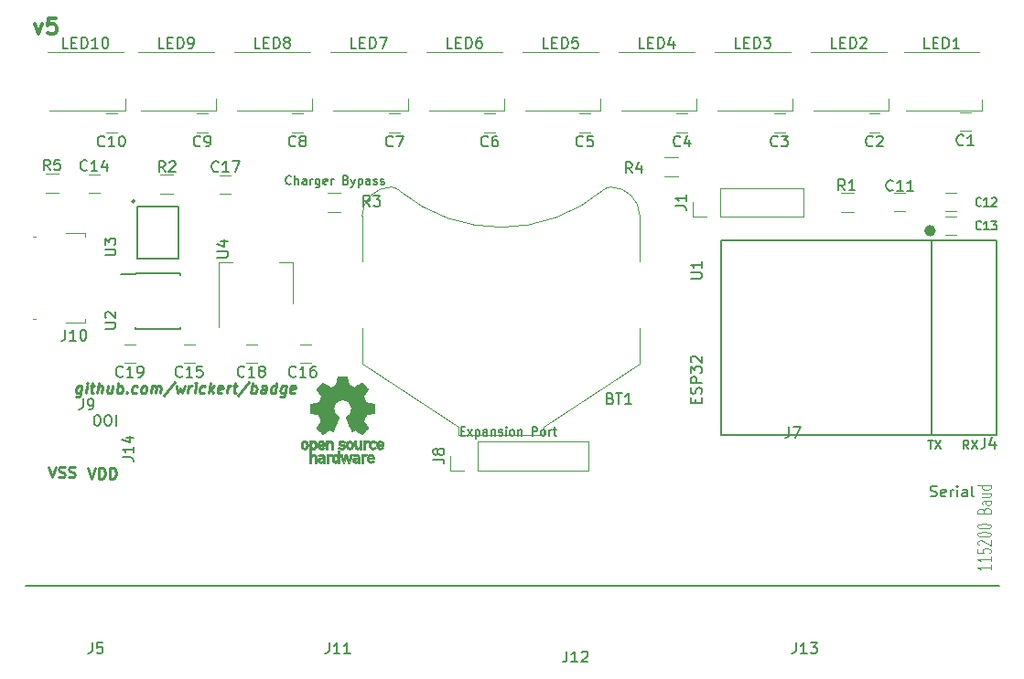
<source format=gbr>
G04 #@! TF.GenerationSoftware,KiCad,Pcbnew,5.1.2*
G04 #@! TF.CreationDate,2019-05-26T21:34:20-05:00*
G04 #@! TF.ProjectId,badge,62616467-652e-46b6-9963-61645f706362,rev?*
G04 #@! TF.SameCoordinates,Original*
G04 #@! TF.FileFunction,Legend,Top*
G04 #@! TF.FilePolarity,Positive*
%FSLAX46Y46*%
G04 Gerber Fmt 4.6, Leading zero omitted, Abs format (unit mm)*
G04 Created by KiCad (PCBNEW 5.1.2) date 2019-05-26 21:34:20*
%MOMM*%
%LPD*%
G04 APERTURE LIST*
%ADD10C,0.200000*%
%ADD11C,0.150000*%
%ADD12C,0.300000*%
%ADD13C,0.125000*%
%ADD14C,0.250000*%
%ADD15C,0.120000*%
%ADD16C,0.500000*%
%ADD17C,0.010000*%
G04 APERTURE END LIST*
D10*
X89820000Y-127349380D02*
X89820000Y-126349380D01*
X89153333Y-126349380D02*
X88962857Y-126349380D01*
X88867619Y-126397000D01*
X88772380Y-126492238D01*
X88724761Y-126682714D01*
X88724761Y-127016047D01*
X88772380Y-127206523D01*
X88867619Y-127301761D01*
X88962857Y-127349380D01*
X89153333Y-127349380D01*
X89248571Y-127301761D01*
X89343809Y-127206523D01*
X89391428Y-127016047D01*
X89391428Y-126682714D01*
X89343809Y-126492238D01*
X89248571Y-126397000D01*
X89153333Y-126349380D01*
X88105714Y-126349380D02*
X88010476Y-126349380D01*
X87915238Y-126397000D01*
X87867619Y-126444619D01*
X87820000Y-126539857D01*
X87772380Y-126730333D01*
X87772380Y-126968428D01*
X87820000Y-127158904D01*
X87867619Y-127254142D01*
X87915238Y-127301761D01*
X88010476Y-127349380D01*
X88105714Y-127349380D01*
X88200952Y-127301761D01*
X88248571Y-127254142D01*
X88296190Y-127158904D01*
X88343809Y-126968428D01*
X88343809Y-126730333D01*
X88296190Y-126539857D01*
X88248571Y-126444619D01*
X88200952Y-126397000D01*
X88105714Y-126349380D01*
X106012857Y-104932714D02*
X105974761Y-104970809D01*
X105860476Y-105008904D01*
X105784285Y-105008904D01*
X105670000Y-104970809D01*
X105593809Y-104894619D01*
X105555714Y-104818428D01*
X105517619Y-104666047D01*
X105517619Y-104551761D01*
X105555714Y-104399380D01*
X105593809Y-104323190D01*
X105670000Y-104247000D01*
X105784285Y-104208904D01*
X105860476Y-104208904D01*
X105974761Y-104247000D01*
X106012857Y-104285095D01*
X106355714Y-105008904D02*
X106355714Y-104208904D01*
X106698571Y-105008904D02*
X106698571Y-104589857D01*
X106660476Y-104513666D01*
X106584285Y-104475571D01*
X106470000Y-104475571D01*
X106393809Y-104513666D01*
X106355714Y-104551761D01*
X107422380Y-105008904D02*
X107422380Y-104589857D01*
X107384285Y-104513666D01*
X107308095Y-104475571D01*
X107155714Y-104475571D01*
X107079523Y-104513666D01*
X107422380Y-104970809D02*
X107346190Y-105008904D01*
X107155714Y-105008904D01*
X107079523Y-104970809D01*
X107041428Y-104894619D01*
X107041428Y-104818428D01*
X107079523Y-104742238D01*
X107155714Y-104704142D01*
X107346190Y-104704142D01*
X107422380Y-104666047D01*
X107803333Y-105008904D02*
X107803333Y-104475571D01*
X107803333Y-104627952D02*
X107841428Y-104551761D01*
X107879523Y-104513666D01*
X107955714Y-104475571D01*
X108031904Y-104475571D01*
X108641428Y-104475571D02*
X108641428Y-105123190D01*
X108603333Y-105199380D01*
X108565238Y-105237476D01*
X108489047Y-105275571D01*
X108374761Y-105275571D01*
X108298571Y-105237476D01*
X108641428Y-104970809D02*
X108565238Y-105008904D01*
X108412857Y-105008904D01*
X108336666Y-104970809D01*
X108298571Y-104932714D01*
X108260476Y-104856523D01*
X108260476Y-104627952D01*
X108298571Y-104551761D01*
X108336666Y-104513666D01*
X108412857Y-104475571D01*
X108565238Y-104475571D01*
X108641428Y-104513666D01*
X109327142Y-104970809D02*
X109250952Y-105008904D01*
X109098571Y-105008904D01*
X109022380Y-104970809D01*
X108984285Y-104894619D01*
X108984285Y-104589857D01*
X109022380Y-104513666D01*
X109098571Y-104475571D01*
X109250952Y-104475571D01*
X109327142Y-104513666D01*
X109365238Y-104589857D01*
X109365238Y-104666047D01*
X108984285Y-104742238D01*
X109708095Y-105008904D02*
X109708095Y-104475571D01*
X109708095Y-104627952D02*
X109746190Y-104551761D01*
X109784285Y-104513666D01*
X109860476Y-104475571D01*
X109936666Y-104475571D01*
X111079523Y-104589857D02*
X111193809Y-104627952D01*
X111231904Y-104666047D01*
X111270000Y-104742238D01*
X111270000Y-104856523D01*
X111231904Y-104932714D01*
X111193809Y-104970809D01*
X111117619Y-105008904D01*
X110812857Y-105008904D01*
X110812857Y-104208904D01*
X111079523Y-104208904D01*
X111155714Y-104247000D01*
X111193809Y-104285095D01*
X111231904Y-104361285D01*
X111231904Y-104437476D01*
X111193809Y-104513666D01*
X111155714Y-104551761D01*
X111079523Y-104589857D01*
X110812857Y-104589857D01*
X111536666Y-104475571D02*
X111727142Y-105008904D01*
X111917619Y-104475571D02*
X111727142Y-105008904D01*
X111650952Y-105199380D01*
X111612857Y-105237476D01*
X111536666Y-105275571D01*
X112222380Y-104475571D02*
X112222380Y-105275571D01*
X112222380Y-104513666D02*
X112298571Y-104475571D01*
X112450952Y-104475571D01*
X112527142Y-104513666D01*
X112565238Y-104551761D01*
X112603333Y-104627952D01*
X112603333Y-104856523D01*
X112565238Y-104932714D01*
X112527142Y-104970809D01*
X112450952Y-105008904D01*
X112298571Y-105008904D01*
X112222380Y-104970809D01*
X113289047Y-105008904D02*
X113289047Y-104589857D01*
X113250952Y-104513666D01*
X113174761Y-104475571D01*
X113022380Y-104475571D01*
X112946190Y-104513666D01*
X113289047Y-104970809D02*
X113212857Y-105008904D01*
X113022380Y-105008904D01*
X112946190Y-104970809D01*
X112908095Y-104894619D01*
X112908095Y-104818428D01*
X112946190Y-104742238D01*
X113022380Y-104704142D01*
X113212857Y-104704142D01*
X113289047Y-104666047D01*
X113631904Y-104970809D02*
X113708095Y-105008904D01*
X113860476Y-105008904D01*
X113936666Y-104970809D01*
X113974761Y-104894619D01*
X113974761Y-104856523D01*
X113936666Y-104780333D01*
X113860476Y-104742238D01*
X113746190Y-104742238D01*
X113670000Y-104704142D01*
X113631904Y-104627952D01*
X113631904Y-104589857D01*
X113670000Y-104513666D01*
X113746190Y-104475571D01*
X113860476Y-104475571D01*
X113936666Y-104513666D01*
X114279523Y-104970809D02*
X114355714Y-105008904D01*
X114508095Y-105008904D01*
X114584285Y-104970809D01*
X114622380Y-104894619D01*
X114622380Y-104856523D01*
X114584285Y-104780333D01*
X114508095Y-104742238D01*
X114393809Y-104742238D01*
X114317619Y-104704142D01*
X114279523Y-104627952D01*
X114279523Y-104589857D01*
X114317619Y-104513666D01*
X114393809Y-104475571D01*
X114508095Y-104475571D01*
X114584285Y-104513666D01*
D11*
X171500000Y-142197000D02*
X81400000Y-142197000D01*
D10*
X121708095Y-127839857D02*
X121974761Y-127839857D01*
X122089047Y-128258904D02*
X121708095Y-128258904D01*
X121708095Y-127458904D01*
X122089047Y-127458904D01*
X122355714Y-128258904D02*
X122774761Y-127725571D01*
X122355714Y-127725571D02*
X122774761Y-128258904D01*
X123079523Y-127725571D02*
X123079523Y-128525571D01*
X123079523Y-127763666D02*
X123155714Y-127725571D01*
X123308095Y-127725571D01*
X123384285Y-127763666D01*
X123422380Y-127801761D01*
X123460476Y-127877952D01*
X123460476Y-128106523D01*
X123422380Y-128182714D01*
X123384285Y-128220809D01*
X123308095Y-128258904D01*
X123155714Y-128258904D01*
X123079523Y-128220809D01*
X124146190Y-128258904D02*
X124146190Y-127839857D01*
X124108095Y-127763666D01*
X124031904Y-127725571D01*
X123879523Y-127725571D01*
X123803333Y-127763666D01*
X124146190Y-128220809D02*
X124070000Y-128258904D01*
X123879523Y-128258904D01*
X123803333Y-128220809D01*
X123765238Y-128144619D01*
X123765238Y-128068428D01*
X123803333Y-127992238D01*
X123879523Y-127954142D01*
X124070000Y-127954142D01*
X124146190Y-127916047D01*
X124527142Y-127725571D02*
X124527142Y-128258904D01*
X124527142Y-127801761D02*
X124565238Y-127763666D01*
X124641428Y-127725571D01*
X124755714Y-127725571D01*
X124831904Y-127763666D01*
X124870000Y-127839857D01*
X124870000Y-128258904D01*
X125212857Y-128220809D02*
X125289047Y-128258904D01*
X125441428Y-128258904D01*
X125517619Y-128220809D01*
X125555714Y-128144619D01*
X125555714Y-128106523D01*
X125517619Y-128030333D01*
X125441428Y-127992238D01*
X125327142Y-127992238D01*
X125250952Y-127954142D01*
X125212857Y-127877952D01*
X125212857Y-127839857D01*
X125250952Y-127763666D01*
X125327142Y-127725571D01*
X125441428Y-127725571D01*
X125517619Y-127763666D01*
X125898571Y-128258904D02*
X125898571Y-127725571D01*
X125898571Y-127458904D02*
X125860476Y-127497000D01*
X125898571Y-127535095D01*
X125936666Y-127497000D01*
X125898571Y-127458904D01*
X125898571Y-127535095D01*
X126393809Y-128258904D02*
X126317619Y-128220809D01*
X126279523Y-128182714D01*
X126241428Y-128106523D01*
X126241428Y-127877952D01*
X126279523Y-127801761D01*
X126317619Y-127763666D01*
X126393809Y-127725571D01*
X126508095Y-127725571D01*
X126584285Y-127763666D01*
X126622380Y-127801761D01*
X126660476Y-127877952D01*
X126660476Y-128106523D01*
X126622380Y-128182714D01*
X126584285Y-128220809D01*
X126508095Y-128258904D01*
X126393809Y-128258904D01*
X127003333Y-127725571D02*
X127003333Y-128258904D01*
X127003333Y-127801761D02*
X127041428Y-127763666D01*
X127117619Y-127725571D01*
X127231904Y-127725571D01*
X127308095Y-127763666D01*
X127346190Y-127839857D01*
X127346190Y-128258904D01*
X128336666Y-128258904D02*
X128336666Y-127458904D01*
X128641428Y-127458904D01*
X128717619Y-127497000D01*
X128755714Y-127535095D01*
X128793809Y-127611285D01*
X128793809Y-127725571D01*
X128755714Y-127801761D01*
X128717619Y-127839857D01*
X128641428Y-127877952D01*
X128336666Y-127877952D01*
X129250952Y-128258904D02*
X129174761Y-128220809D01*
X129136666Y-128182714D01*
X129098571Y-128106523D01*
X129098571Y-127877952D01*
X129136666Y-127801761D01*
X129174761Y-127763666D01*
X129250952Y-127725571D01*
X129365238Y-127725571D01*
X129441428Y-127763666D01*
X129479523Y-127801761D01*
X129517619Y-127877952D01*
X129517619Y-128106523D01*
X129479523Y-128182714D01*
X129441428Y-128220809D01*
X129365238Y-128258904D01*
X129250952Y-128258904D01*
X129860476Y-128258904D02*
X129860476Y-127725571D01*
X129860476Y-127877952D02*
X129898571Y-127801761D01*
X129936666Y-127763666D01*
X130012857Y-127725571D01*
X130089047Y-127725571D01*
X130241428Y-127725571D02*
X130546190Y-127725571D01*
X130355714Y-127458904D02*
X130355714Y-128144619D01*
X130393809Y-128220809D01*
X130470000Y-128258904D01*
X130546190Y-128258904D01*
D12*
X82248571Y-90075571D02*
X82605714Y-91075571D01*
X82962857Y-90075571D01*
X84248571Y-89575571D02*
X83534285Y-89575571D01*
X83462857Y-90289857D01*
X83534285Y-90218428D01*
X83677142Y-90147000D01*
X84034285Y-90147000D01*
X84177142Y-90218428D01*
X84248571Y-90289857D01*
X84320000Y-90432714D01*
X84320000Y-90789857D01*
X84248571Y-90932714D01*
X84177142Y-91004142D01*
X84034285Y-91075571D01*
X83677142Y-91075571D01*
X83534285Y-91004142D01*
X83462857Y-90932714D01*
D13*
X170722857Y-140245666D02*
X170722857Y-140702809D01*
X170722857Y-140474238D02*
X169522857Y-140474238D01*
X169694285Y-140550428D01*
X169808571Y-140626619D01*
X169865714Y-140702809D01*
X170722857Y-139483761D02*
X170722857Y-139940904D01*
X170722857Y-139712333D02*
X169522857Y-139712333D01*
X169694285Y-139788523D01*
X169808571Y-139864714D01*
X169865714Y-139940904D01*
X169522857Y-138759952D02*
X169522857Y-139140904D01*
X170094285Y-139179000D01*
X170037142Y-139140904D01*
X169980000Y-139064714D01*
X169980000Y-138874238D01*
X170037142Y-138798047D01*
X170094285Y-138759952D01*
X170208571Y-138721857D01*
X170494285Y-138721857D01*
X170608571Y-138759952D01*
X170665714Y-138798047D01*
X170722857Y-138874238D01*
X170722857Y-139064714D01*
X170665714Y-139140904D01*
X170608571Y-139179000D01*
X169637142Y-138417095D02*
X169580000Y-138379000D01*
X169522857Y-138302809D01*
X169522857Y-138112333D01*
X169580000Y-138036142D01*
X169637142Y-137998047D01*
X169751428Y-137959952D01*
X169865714Y-137959952D01*
X170037142Y-137998047D01*
X170722857Y-138455190D01*
X170722857Y-137959952D01*
X169522857Y-137464714D02*
X169522857Y-137388523D01*
X169580000Y-137312333D01*
X169637142Y-137274238D01*
X169751428Y-137236142D01*
X169980000Y-137198047D01*
X170265714Y-137198047D01*
X170494285Y-137236142D01*
X170608571Y-137274238D01*
X170665714Y-137312333D01*
X170722857Y-137388523D01*
X170722857Y-137464714D01*
X170665714Y-137540904D01*
X170608571Y-137579000D01*
X170494285Y-137617095D01*
X170265714Y-137655190D01*
X169980000Y-137655190D01*
X169751428Y-137617095D01*
X169637142Y-137579000D01*
X169580000Y-137540904D01*
X169522857Y-137464714D01*
X169522857Y-136702809D02*
X169522857Y-136626619D01*
X169580000Y-136550428D01*
X169637142Y-136512333D01*
X169751428Y-136474238D01*
X169980000Y-136436142D01*
X170265714Y-136436142D01*
X170494285Y-136474238D01*
X170608571Y-136512333D01*
X170665714Y-136550428D01*
X170722857Y-136626619D01*
X170722857Y-136702809D01*
X170665714Y-136779000D01*
X170608571Y-136817095D01*
X170494285Y-136855190D01*
X170265714Y-136893285D01*
X169980000Y-136893285D01*
X169751428Y-136855190D01*
X169637142Y-136817095D01*
X169580000Y-136779000D01*
X169522857Y-136702809D01*
X170094285Y-135217095D02*
X170151428Y-135102809D01*
X170208571Y-135064714D01*
X170322857Y-135026619D01*
X170494285Y-135026619D01*
X170608571Y-135064714D01*
X170665714Y-135102809D01*
X170722857Y-135179000D01*
X170722857Y-135483761D01*
X169522857Y-135483761D01*
X169522857Y-135217095D01*
X169580000Y-135140904D01*
X169637142Y-135102809D01*
X169751428Y-135064714D01*
X169865714Y-135064714D01*
X169980000Y-135102809D01*
X170037142Y-135140904D01*
X170094285Y-135217095D01*
X170094285Y-135483761D01*
X170722857Y-134340904D02*
X170094285Y-134340904D01*
X169980000Y-134379000D01*
X169922857Y-134455190D01*
X169922857Y-134607571D01*
X169980000Y-134683761D01*
X170665714Y-134340904D02*
X170722857Y-134417095D01*
X170722857Y-134607571D01*
X170665714Y-134683761D01*
X170551428Y-134721857D01*
X170437142Y-134721857D01*
X170322857Y-134683761D01*
X170265714Y-134607571D01*
X170265714Y-134417095D01*
X170208571Y-134340904D01*
X169922857Y-133617095D02*
X170722857Y-133617095D01*
X169922857Y-133959952D02*
X170551428Y-133959952D01*
X170665714Y-133921857D01*
X170722857Y-133845666D01*
X170722857Y-133731380D01*
X170665714Y-133655190D01*
X170608571Y-133617095D01*
X170722857Y-132893285D02*
X169522857Y-132893285D01*
X170665714Y-132893285D02*
X170722857Y-132969476D01*
X170722857Y-133121857D01*
X170665714Y-133198047D01*
X170608571Y-133236142D01*
X170494285Y-133274238D01*
X170151428Y-133274238D01*
X170037142Y-133236142D01*
X169980000Y-133198047D01*
X169922857Y-133121857D01*
X169922857Y-132969476D01*
X169980000Y-132893285D01*
D10*
X168686666Y-129508904D02*
X168420000Y-129127952D01*
X168229523Y-129508904D02*
X168229523Y-128708904D01*
X168534285Y-128708904D01*
X168610476Y-128747000D01*
X168648571Y-128785095D01*
X168686666Y-128861285D01*
X168686666Y-128975571D01*
X168648571Y-129051761D01*
X168610476Y-129089857D01*
X168534285Y-129127952D01*
X168229523Y-129127952D01*
X168953333Y-128708904D02*
X169486666Y-129508904D01*
X169486666Y-128708904D02*
X168953333Y-129508904D01*
X164960476Y-128708904D02*
X165417619Y-128708904D01*
X165189047Y-129508904D02*
X165189047Y-128708904D01*
X165608095Y-128708904D02*
X166141428Y-129508904D01*
X166141428Y-128708904D02*
X165608095Y-129508904D01*
D14*
X86628556Y-123682714D02*
X86527366Y-124492238D01*
X86467842Y-124587476D01*
X86414270Y-124635095D01*
X86313080Y-124682714D01*
X86170223Y-124682714D01*
X86080937Y-124635095D01*
X86551175Y-124301761D02*
X86449985Y-124349380D01*
X86259508Y-124349380D01*
X86170223Y-124301761D01*
X86128556Y-124254142D01*
X86092842Y-124158904D01*
X86128556Y-123873190D01*
X86188080Y-123777952D01*
X86241651Y-123730333D01*
X86342842Y-123682714D01*
X86533318Y-123682714D01*
X86622604Y-123730333D01*
X87021413Y-124349380D02*
X87104747Y-123682714D01*
X87146413Y-123349380D02*
X87092842Y-123397000D01*
X87134508Y-123444619D01*
X87188080Y-123397000D01*
X87146413Y-123349380D01*
X87134508Y-123444619D01*
X87438080Y-123682714D02*
X87819032Y-123682714D01*
X87622604Y-123349380D02*
X87515461Y-124206523D01*
X87551175Y-124301761D01*
X87640461Y-124349380D01*
X87735699Y-124349380D01*
X88069032Y-124349380D02*
X88194032Y-123349380D01*
X88497604Y-124349380D02*
X88563080Y-123825571D01*
X88527366Y-123730333D01*
X88438080Y-123682714D01*
X88295223Y-123682714D01*
X88194032Y-123730333D01*
X88140461Y-123777952D01*
X89485699Y-123682714D02*
X89402366Y-124349380D01*
X89057127Y-123682714D02*
X88991651Y-124206523D01*
X89027366Y-124301761D01*
X89116651Y-124349380D01*
X89259508Y-124349380D01*
X89360699Y-124301761D01*
X89414270Y-124254142D01*
X89878556Y-124349380D02*
X90003556Y-123349380D01*
X89955937Y-123730333D02*
X90057127Y-123682714D01*
X90247604Y-123682714D01*
X90336889Y-123730333D01*
X90378556Y-123777952D01*
X90414270Y-123873190D01*
X90378556Y-124158904D01*
X90319032Y-124254142D01*
X90265461Y-124301761D01*
X90164270Y-124349380D01*
X89973794Y-124349380D01*
X89884508Y-124301761D01*
X90795223Y-124254142D02*
X90836889Y-124301761D01*
X90783318Y-124349380D01*
X90741651Y-124301761D01*
X90795223Y-124254142D01*
X90783318Y-124349380D01*
X91694032Y-124301761D02*
X91592842Y-124349380D01*
X91402366Y-124349380D01*
X91313080Y-124301761D01*
X91271413Y-124254142D01*
X91235699Y-124158904D01*
X91271413Y-123873190D01*
X91330937Y-123777952D01*
X91384508Y-123730333D01*
X91485699Y-123682714D01*
X91676175Y-123682714D01*
X91765461Y-123730333D01*
X92259508Y-124349380D02*
X92170223Y-124301761D01*
X92128556Y-124254142D01*
X92092842Y-124158904D01*
X92128556Y-123873190D01*
X92188080Y-123777952D01*
X92241651Y-123730333D01*
X92342842Y-123682714D01*
X92485699Y-123682714D01*
X92574985Y-123730333D01*
X92616651Y-123777952D01*
X92652366Y-123873190D01*
X92616651Y-124158904D01*
X92557127Y-124254142D01*
X92503556Y-124301761D01*
X92402366Y-124349380D01*
X92259508Y-124349380D01*
X93021413Y-124349380D02*
X93104747Y-123682714D01*
X93092842Y-123777952D02*
X93146413Y-123730333D01*
X93247604Y-123682714D01*
X93390461Y-123682714D01*
X93479747Y-123730333D01*
X93515461Y-123825571D01*
X93449985Y-124349380D01*
X93515461Y-123825571D02*
X93574985Y-123730333D01*
X93676175Y-123682714D01*
X93819032Y-123682714D01*
X93908318Y-123730333D01*
X93944032Y-123825571D01*
X93878556Y-124349380D01*
X95199985Y-123301761D02*
X94182127Y-124587476D01*
X95390461Y-123682714D02*
X95497604Y-124349380D01*
X95747604Y-123873190D01*
X95878556Y-124349380D01*
X96152366Y-123682714D01*
X96449985Y-124349380D02*
X96533318Y-123682714D01*
X96509508Y-123873190D02*
X96569032Y-123777952D01*
X96622604Y-123730333D01*
X96723794Y-123682714D01*
X96819032Y-123682714D01*
X97069032Y-124349380D02*
X97152366Y-123682714D01*
X97194032Y-123349380D02*
X97140461Y-123397000D01*
X97182127Y-123444619D01*
X97235699Y-123397000D01*
X97194032Y-123349380D01*
X97182127Y-123444619D01*
X97979747Y-124301761D02*
X97878556Y-124349380D01*
X97688080Y-124349380D01*
X97598794Y-124301761D01*
X97557127Y-124254142D01*
X97521413Y-124158904D01*
X97557127Y-123873190D01*
X97616651Y-123777952D01*
X97670223Y-123730333D01*
X97771413Y-123682714D01*
X97961889Y-123682714D01*
X98051175Y-123730333D01*
X98402366Y-124349380D02*
X98527366Y-123349380D01*
X98545223Y-123968428D02*
X98783318Y-124349380D01*
X98866651Y-123682714D02*
X98438080Y-124063666D01*
X99598794Y-124301761D02*
X99497604Y-124349380D01*
X99307127Y-124349380D01*
X99217842Y-124301761D01*
X99182127Y-124206523D01*
X99229747Y-123825571D01*
X99289270Y-123730333D01*
X99390461Y-123682714D01*
X99580937Y-123682714D01*
X99670223Y-123730333D01*
X99705937Y-123825571D01*
X99694032Y-123920809D01*
X99205937Y-124016047D01*
X100069032Y-124349380D02*
X100152366Y-123682714D01*
X100128556Y-123873190D02*
X100188080Y-123777952D01*
X100241651Y-123730333D01*
X100342842Y-123682714D01*
X100438080Y-123682714D01*
X100628556Y-123682714D02*
X101009508Y-123682714D01*
X100813080Y-123349380D02*
X100705937Y-124206523D01*
X100741651Y-124301761D01*
X100830937Y-124349380D01*
X100926175Y-124349380D01*
X102104747Y-123301761D02*
X101086889Y-124587476D01*
X102307127Y-124349380D02*
X102432127Y-123349380D01*
X102384508Y-123730333D02*
X102485699Y-123682714D01*
X102676175Y-123682714D01*
X102765461Y-123730333D01*
X102807127Y-123777952D01*
X102842842Y-123873190D01*
X102807127Y-124158904D01*
X102747604Y-124254142D01*
X102694032Y-124301761D01*
X102592842Y-124349380D01*
X102402366Y-124349380D01*
X102313080Y-124301761D01*
X103640461Y-124349380D02*
X103705937Y-123825571D01*
X103670223Y-123730333D01*
X103580937Y-123682714D01*
X103390461Y-123682714D01*
X103289270Y-123730333D01*
X103646413Y-124301761D02*
X103545223Y-124349380D01*
X103307127Y-124349380D01*
X103217842Y-124301761D01*
X103182127Y-124206523D01*
X103194032Y-124111285D01*
X103253556Y-124016047D01*
X103354747Y-123968428D01*
X103592842Y-123968428D01*
X103694032Y-123920809D01*
X104545223Y-124349380D02*
X104670223Y-123349380D01*
X104551175Y-124301761D02*
X104449985Y-124349380D01*
X104259508Y-124349380D01*
X104170223Y-124301761D01*
X104128556Y-124254142D01*
X104092842Y-124158904D01*
X104128556Y-123873190D01*
X104188080Y-123777952D01*
X104241651Y-123730333D01*
X104342842Y-123682714D01*
X104533318Y-123682714D01*
X104622604Y-123730333D01*
X105533318Y-123682714D02*
X105432127Y-124492238D01*
X105372604Y-124587476D01*
X105319032Y-124635095D01*
X105217842Y-124682714D01*
X105074985Y-124682714D01*
X104985699Y-124635095D01*
X105455937Y-124301761D02*
X105354747Y-124349380D01*
X105164270Y-124349380D01*
X105074985Y-124301761D01*
X105033318Y-124254142D01*
X104997604Y-124158904D01*
X105033318Y-123873190D01*
X105092842Y-123777952D01*
X105146413Y-123730333D01*
X105247604Y-123682714D01*
X105438080Y-123682714D01*
X105527366Y-123730333D01*
X106313080Y-124301761D02*
X106211889Y-124349380D01*
X106021413Y-124349380D01*
X105932127Y-124301761D01*
X105896413Y-124206523D01*
X105944032Y-123825571D01*
X106003556Y-123730333D01*
X106104747Y-123682714D01*
X106295223Y-123682714D01*
X106384508Y-123730333D01*
X106420223Y-123825571D01*
X106408318Y-123920809D01*
X105920223Y-124016047D01*
X87236666Y-131249380D02*
X87570000Y-132249380D01*
X87903333Y-131249380D01*
X88236666Y-132249380D02*
X88236666Y-131249380D01*
X88474761Y-131249380D01*
X88617619Y-131297000D01*
X88712857Y-131392238D01*
X88760476Y-131487476D01*
X88808095Y-131677952D01*
X88808095Y-131820809D01*
X88760476Y-132011285D01*
X88712857Y-132106523D01*
X88617619Y-132201761D01*
X88474761Y-132249380D01*
X88236666Y-132249380D01*
X89236666Y-132249380D02*
X89236666Y-131249380D01*
X89474761Y-131249380D01*
X89617619Y-131297000D01*
X89712857Y-131392238D01*
X89760476Y-131487476D01*
X89808095Y-131677952D01*
X89808095Y-131820809D01*
X89760476Y-132011285D01*
X89712857Y-132106523D01*
X89617619Y-132201761D01*
X89474761Y-132249380D01*
X89236666Y-132249380D01*
X83534285Y-131149380D02*
X83867619Y-132149380D01*
X84200952Y-131149380D01*
X84486666Y-132101761D02*
X84629523Y-132149380D01*
X84867619Y-132149380D01*
X84962857Y-132101761D01*
X85010476Y-132054142D01*
X85058095Y-131958904D01*
X85058095Y-131863666D01*
X85010476Y-131768428D01*
X84962857Y-131720809D01*
X84867619Y-131673190D01*
X84677142Y-131625571D01*
X84581904Y-131577952D01*
X84534285Y-131530333D01*
X84486666Y-131435095D01*
X84486666Y-131339857D01*
X84534285Y-131244619D01*
X84581904Y-131197000D01*
X84677142Y-131149380D01*
X84915238Y-131149380D01*
X85058095Y-131197000D01*
X85439047Y-132101761D02*
X85581904Y-132149380D01*
X85820000Y-132149380D01*
X85915238Y-132101761D01*
X85962857Y-132054142D01*
X86010476Y-131958904D01*
X86010476Y-131863666D01*
X85962857Y-131768428D01*
X85915238Y-131720809D01*
X85820000Y-131673190D01*
X85629523Y-131625571D01*
X85534285Y-131577952D01*
X85486666Y-131530333D01*
X85439047Y-131435095D01*
X85439047Y-131339857D01*
X85486666Y-131244619D01*
X85534285Y-131197000D01*
X85629523Y-131149380D01*
X85867619Y-131149380D01*
X86010476Y-131197000D01*
D15*
X83470000Y-92728576D02*
X90470000Y-92728576D01*
X83670000Y-98128576D02*
X90670000Y-98128576D01*
X90670000Y-98078576D02*
X90670000Y-97078576D01*
X100765000Y-92725576D02*
X107765000Y-92725576D01*
X100965000Y-98125576D02*
X107965000Y-98125576D01*
X107965000Y-98075576D02*
X107965000Y-97075576D01*
X154105000Y-92725576D02*
X161105000Y-92725576D01*
X154305000Y-98125576D02*
X161305000Y-98125576D01*
X161305000Y-98075576D02*
X161305000Y-97075576D01*
X162695000Y-92753576D02*
X169695000Y-92753576D01*
X162895000Y-98153576D02*
X169895000Y-98153576D01*
X169895000Y-98103576D02*
X169895000Y-97103576D01*
X145215000Y-92725576D02*
X152215000Y-92725576D01*
X145415000Y-98125576D02*
X152415000Y-98125576D01*
X152415000Y-98075576D02*
X152415000Y-97075576D01*
X136325000Y-92725576D02*
X143325000Y-92725576D01*
X136525000Y-98125576D02*
X143525000Y-98125576D01*
X143525000Y-98075576D02*
X143525000Y-97075576D01*
X127435000Y-92725576D02*
X134435000Y-92725576D01*
X127635000Y-98125576D02*
X134635000Y-98125576D01*
X134635000Y-98075576D02*
X134635000Y-97075576D01*
X118545000Y-92725576D02*
X125545000Y-92725576D01*
X118745000Y-98125576D02*
X125745000Y-98125576D01*
X125745000Y-98075576D02*
X125745000Y-97075576D01*
X109655000Y-92725576D02*
X116655000Y-92725576D01*
X109855000Y-98125576D02*
X116855000Y-98125576D01*
X116855000Y-98075576D02*
X116855000Y-97075576D01*
X91875000Y-92725576D02*
X98875000Y-92725576D01*
X92075000Y-98125576D02*
X99075000Y-98125576D01*
X99075000Y-98075576D02*
X99075000Y-97075576D01*
D11*
X91631000Y-113295000D02*
X90231000Y-113295000D01*
X91631000Y-118395000D02*
X95781000Y-118395000D01*
X91631000Y-113245000D02*
X95781000Y-113245000D01*
X91631000Y-118395000D02*
X91631000Y-118250000D01*
X95781000Y-118395000D02*
X95781000Y-118250000D01*
X95781000Y-113245000D02*
X95781000Y-113390000D01*
X91631000Y-113245000D02*
X91631000Y-113295000D01*
D16*
X165407981Y-109291000D02*
G75*
G03X165407981Y-109291000I-283981J0D01*
G01*
D11*
X165270000Y-128197000D02*
X165270000Y-110197000D01*
X171270000Y-110197000D02*
X145770000Y-110197000D01*
X171270000Y-128197000D02*
X145770000Y-128197000D01*
X145770000Y-128197000D02*
X145770000Y-110197000D01*
X171270000Y-128197000D02*
X171270000Y-110197000D01*
D15*
X167870000Y-100047000D02*
X168870000Y-100047000D01*
X168870000Y-98347000D02*
X167870000Y-98347000D01*
X159470000Y-100151000D02*
X160470000Y-100151000D01*
X160470000Y-98451000D02*
X159470000Y-98451000D01*
X150670000Y-100151000D02*
X151670000Y-100151000D01*
X151670000Y-98451000D02*
X150670000Y-98451000D01*
X141670000Y-100151000D02*
X142670000Y-100151000D01*
X142670000Y-98451000D02*
X141670000Y-98451000D01*
X132670000Y-100151000D02*
X133670000Y-100151000D01*
X133670000Y-98451000D02*
X132670000Y-98451000D01*
X123870000Y-100151000D02*
X124870000Y-100151000D01*
X124870000Y-98451000D02*
X123870000Y-98451000D01*
X115070000Y-100151000D02*
X116070000Y-100151000D01*
X116070000Y-98451000D02*
X115070000Y-98451000D01*
X106070000Y-100151000D02*
X107070000Y-100151000D01*
X107070000Y-98451000D02*
X106070000Y-98451000D01*
X97270000Y-100151000D02*
X98270000Y-100151000D01*
X98270000Y-98451000D02*
X97270000Y-98451000D01*
X88870000Y-100151000D02*
X89870000Y-100151000D01*
X89870000Y-98451000D02*
X88870000Y-98451000D01*
X162820000Y-105797000D02*
X161820000Y-105797000D01*
X161820000Y-107497000D02*
X162820000Y-107497000D01*
X167570000Y-105797000D02*
X166570000Y-105797000D01*
X166570000Y-107497000D02*
X167570000Y-107497000D01*
X167570000Y-107989000D02*
X166570000Y-107989000D01*
X166570000Y-109689000D02*
X167570000Y-109689000D01*
X158070000Y-107527000D02*
X156870000Y-107527000D01*
X156870000Y-105767000D02*
X158070000Y-105767000D01*
D17*
G36*
X108183360Y-128749468D02*
G01*
X108218592Y-128766874D01*
X108262040Y-128797206D01*
X108293706Y-128830283D01*
X108315394Y-128871817D01*
X108328903Y-128927522D01*
X108336038Y-129003111D01*
X108338600Y-129104296D01*
X108338750Y-129147797D01*
X108338312Y-129243135D01*
X108336496Y-129311271D01*
X108332545Y-129358418D01*
X108325702Y-129390790D01*
X108315211Y-129414600D01*
X108304296Y-129430843D01*
X108234619Y-129499952D01*
X108152566Y-129541521D01*
X108064050Y-129554023D01*
X107974981Y-129535934D01*
X107946763Y-129523142D01*
X107879210Y-129487931D01*
X107879210Y-130039700D01*
X107928512Y-130014205D01*
X107993473Y-129994480D01*
X108073320Y-129989427D01*
X108153052Y-129998756D01*
X108213265Y-130019714D01*
X108263208Y-130059627D01*
X108305881Y-130116741D01*
X108309090Y-130122605D01*
X108322622Y-130150227D01*
X108332505Y-130178068D01*
X108339309Y-130211794D01*
X108343601Y-130257071D01*
X108345951Y-130319562D01*
X108346928Y-130404935D01*
X108347105Y-130501010D01*
X108347105Y-130807526D01*
X108163289Y-130807526D01*
X108163289Y-130242339D01*
X108111875Y-130199077D01*
X108058466Y-130164472D01*
X108007888Y-130158180D01*
X107957030Y-130174372D01*
X107929925Y-130190227D01*
X107909751Y-130212810D01*
X107895403Y-130246940D01*
X107885776Y-130297434D01*
X107879763Y-130369111D01*
X107876260Y-130466788D01*
X107875026Y-130531802D01*
X107870855Y-130799171D01*
X107783125Y-130804222D01*
X107695394Y-130809273D01*
X107695394Y-129150101D01*
X107879210Y-129150101D01*
X107883896Y-129242600D01*
X107899688Y-129306809D01*
X107929183Y-129346759D01*
X107974980Y-129366480D01*
X108021250Y-129370421D01*
X108073628Y-129365892D01*
X108108390Y-129348069D01*
X108130128Y-129324519D01*
X108147240Y-129299189D01*
X108157427Y-129270969D01*
X108161960Y-129231431D01*
X108162109Y-129172142D01*
X108160584Y-129122498D01*
X108157081Y-129047710D01*
X108151867Y-128998611D01*
X108143087Y-128967467D01*
X108128886Y-128946545D01*
X108115484Y-128934452D01*
X108059487Y-128908081D01*
X107993211Y-128903822D01*
X107955156Y-128912906D01*
X107917477Y-128945196D01*
X107892519Y-129008006D01*
X107880422Y-129100894D01*
X107879210Y-129150101D01*
X107695394Y-129150101D01*
X107695394Y-128735421D01*
X107787302Y-128735421D01*
X107842483Y-128737603D01*
X107870952Y-128745351D01*
X107879206Y-128760468D01*
X107879210Y-128760916D01*
X107883040Y-128775720D01*
X107899933Y-128774039D01*
X107933519Y-128757772D01*
X108011778Y-128732887D01*
X108099827Y-128730271D01*
X108183360Y-128749468D01*
X108183360Y-128749468D01*
G37*
X108183360Y-128749468D02*
X108218592Y-128766874D01*
X108262040Y-128797206D01*
X108293706Y-128830283D01*
X108315394Y-128871817D01*
X108328903Y-128927522D01*
X108336038Y-129003111D01*
X108338600Y-129104296D01*
X108338750Y-129147797D01*
X108338312Y-129243135D01*
X108336496Y-129311271D01*
X108332545Y-129358418D01*
X108325702Y-129390790D01*
X108315211Y-129414600D01*
X108304296Y-129430843D01*
X108234619Y-129499952D01*
X108152566Y-129541521D01*
X108064050Y-129554023D01*
X107974981Y-129535934D01*
X107946763Y-129523142D01*
X107879210Y-129487931D01*
X107879210Y-130039700D01*
X107928512Y-130014205D01*
X107993473Y-129994480D01*
X108073320Y-129989427D01*
X108153052Y-129998756D01*
X108213265Y-130019714D01*
X108263208Y-130059627D01*
X108305881Y-130116741D01*
X108309090Y-130122605D01*
X108322622Y-130150227D01*
X108332505Y-130178068D01*
X108339309Y-130211794D01*
X108343601Y-130257071D01*
X108345951Y-130319562D01*
X108346928Y-130404935D01*
X108347105Y-130501010D01*
X108347105Y-130807526D01*
X108163289Y-130807526D01*
X108163289Y-130242339D01*
X108111875Y-130199077D01*
X108058466Y-130164472D01*
X108007888Y-130158180D01*
X107957030Y-130174372D01*
X107929925Y-130190227D01*
X107909751Y-130212810D01*
X107895403Y-130246940D01*
X107885776Y-130297434D01*
X107879763Y-130369111D01*
X107876260Y-130466788D01*
X107875026Y-130531802D01*
X107870855Y-130799171D01*
X107783125Y-130804222D01*
X107695394Y-130809273D01*
X107695394Y-129150101D01*
X107879210Y-129150101D01*
X107883896Y-129242600D01*
X107899688Y-129306809D01*
X107929183Y-129346759D01*
X107974980Y-129366480D01*
X108021250Y-129370421D01*
X108073628Y-129365892D01*
X108108390Y-129348069D01*
X108130128Y-129324519D01*
X108147240Y-129299189D01*
X108157427Y-129270969D01*
X108161960Y-129231431D01*
X108162109Y-129172142D01*
X108160584Y-129122498D01*
X108157081Y-129047710D01*
X108151867Y-128998611D01*
X108143087Y-128967467D01*
X108128886Y-128946545D01*
X108115484Y-128934452D01*
X108059487Y-128908081D01*
X107993211Y-128903822D01*
X107955156Y-128912906D01*
X107917477Y-128945196D01*
X107892519Y-129008006D01*
X107880422Y-129100894D01*
X107879210Y-129150101D01*
X107695394Y-129150101D01*
X107695394Y-128735421D01*
X107787302Y-128735421D01*
X107842483Y-128737603D01*
X107870952Y-128745351D01*
X107879206Y-128760468D01*
X107879210Y-128760916D01*
X107883040Y-128775720D01*
X107899933Y-128774039D01*
X107933519Y-128757772D01*
X108011778Y-128732887D01*
X108099827Y-128730271D01*
X108183360Y-128749468D01*
G36*
X108880457Y-129995184D02*
G01*
X108959070Y-130016160D01*
X109018916Y-130054180D01*
X109061147Y-130103978D01*
X109074275Y-130125230D01*
X109083968Y-130147492D01*
X109090744Y-130175970D01*
X109095123Y-130215871D01*
X109097624Y-130272401D01*
X109098768Y-130350767D01*
X109099072Y-130456176D01*
X109099078Y-130484142D01*
X109099078Y-130807526D01*
X109018868Y-130807526D01*
X108967706Y-130803943D01*
X108929877Y-130794866D01*
X108920399Y-130789268D01*
X108894488Y-130779606D01*
X108868024Y-130789268D01*
X108824452Y-130801330D01*
X108761160Y-130806185D01*
X108691010Y-130804078D01*
X108626860Y-130795256D01*
X108589407Y-130783937D01*
X108516933Y-130737412D01*
X108471640Y-130672846D01*
X108451278Y-130587000D01*
X108451088Y-130584796D01*
X108452875Y-130546713D01*
X108614473Y-130546713D01*
X108628601Y-130590030D01*
X108651612Y-130614408D01*
X108697804Y-130632845D01*
X108758775Y-130640205D01*
X108820949Y-130636583D01*
X108870751Y-130622074D01*
X108884703Y-130612765D01*
X108909085Y-130569753D01*
X108915263Y-130520857D01*
X108915263Y-130456605D01*
X108822818Y-130456605D01*
X108734995Y-130463366D01*
X108668418Y-130482520D01*
X108627002Y-130512376D01*
X108614473Y-130546713D01*
X108452875Y-130546713D01*
X108455490Y-130491004D01*
X108486424Y-130416847D01*
X108544581Y-130360767D01*
X108552620Y-130355665D01*
X108587163Y-130339055D01*
X108629918Y-130328996D01*
X108689686Y-130324107D01*
X108760690Y-130322983D01*
X108915263Y-130322921D01*
X108915263Y-130258125D01*
X108908706Y-130207850D01*
X108891975Y-130174169D01*
X108890016Y-130172376D01*
X108852783Y-130157642D01*
X108796580Y-130151931D01*
X108734467Y-130154737D01*
X108679510Y-130165556D01*
X108646899Y-130181782D01*
X108629228Y-130194780D01*
X108610569Y-130197262D01*
X108584819Y-130186613D01*
X108545873Y-130160218D01*
X108487630Y-130115465D01*
X108482284Y-130111273D01*
X108485023Y-130095760D01*
X108507876Y-130069960D01*
X108542609Y-130041289D01*
X108580990Y-130017166D01*
X108593048Y-130011470D01*
X108637034Y-130000103D01*
X108701487Y-129991995D01*
X108773497Y-129988743D01*
X108776864Y-129988736D01*
X108880457Y-129995184D01*
X108880457Y-129995184D01*
G37*
X108880457Y-129995184D02*
X108959070Y-130016160D01*
X109018916Y-130054180D01*
X109061147Y-130103978D01*
X109074275Y-130125230D01*
X109083968Y-130147492D01*
X109090744Y-130175970D01*
X109095123Y-130215871D01*
X109097624Y-130272401D01*
X109098768Y-130350767D01*
X109099072Y-130456176D01*
X109099078Y-130484142D01*
X109099078Y-130807526D01*
X109018868Y-130807526D01*
X108967706Y-130803943D01*
X108929877Y-130794866D01*
X108920399Y-130789268D01*
X108894488Y-130779606D01*
X108868024Y-130789268D01*
X108824452Y-130801330D01*
X108761160Y-130806185D01*
X108691010Y-130804078D01*
X108626860Y-130795256D01*
X108589407Y-130783937D01*
X108516933Y-130737412D01*
X108471640Y-130672846D01*
X108451278Y-130587000D01*
X108451088Y-130584796D01*
X108452875Y-130546713D01*
X108614473Y-130546713D01*
X108628601Y-130590030D01*
X108651612Y-130614408D01*
X108697804Y-130632845D01*
X108758775Y-130640205D01*
X108820949Y-130636583D01*
X108870751Y-130622074D01*
X108884703Y-130612765D01*
X108909085Y-130569753D01*
X108915263Y-130520857D01*
X108915263Y-130456605D01*
X108822818Y-130456605D01*
X108734995Y-130463366D01*
X108668418Y-130482520D01*
X108627002Y-130512376D01*
X108614473Y-130546713D01*
X108452875Y-130546713D01*
X108455490Y-130491004D01*
X108486424Y-130416847D01*
X108544581Y-130360767D01*
X108552620Y-130355665D01*
X108587163Y-130339055D01*
X108629918Y-130328996D01*
X108689686Y-130324107D01*
X108760690Y-130322983D01*
X108915263Y-130322921D01*
X108915263Y-130258125D01*
X108908706Y-130207850D01*
X108891975Y-130174169D01*
X108890016Y-130172376D01*
X108852783Y-130157642D01*
X108796580Y-130151931D01*
X108734467Y-130154737D01*
X108679510Y-130165556D01*
X108646899Y-130181782D01*
X108629228Y-130194780D01*
X108610569Y-130197262D01*
X108584819Y-130186613D01*
X108545873Y-130160218D01*
X108487630Y-130115465D01*
X108482284Y-130111273D01*
X108485023Y-130095760D01*
X108507876Y-130069960D01*
X108542609Y-130041289D01*
X108580990Y-130017166D01*
X108593048Y-130011470D01*
X108637034Y-130000103D01*
X108701487Y-129991995D01*
X108773497Y-129988743D01*
X108776864Y-129988736D01*
X108880457Y-129995184D01*
G36*
X109399881Y-129990486D02*
G01*
X109424888Y-129997982D01*
X109432950Y-130014451D01*
X109433289Y-130021886D01*
X109434736Y-130042594D01*
X109444698Y-130045845D01*
X109471612Y-130031648D01*
X109487598Y-130021948D01*
X109538033Y-130001175D01*
X109598272Y-129990904D01*
X109661434Y-129990114D01*
X109720637Y-129997786D01*
X109769002Y-130012898D01*
X109799646Y-130034432D01*
X109805689Y-130061366D01*
X109802639Y-130068660D01*
X109780406Y-130098937D01*
X109745930Y-130136175D01*
X109739694Y-130142195D01*
X109706833Y-130169875D01*
X109678480Y-130178818D01*
X109638827Y-130172576D01*
X109622942Y-130168429D01*
X109573509Y-130158467D01*
X109538752Y-130162947D01*
X109509400Y-130178746D01*
X109482513Y-130199949D01*
X109462710Y-130226614D01*
X109448948Y-130263827D01*
X109440184Y-130316673D01*
X109435374Y-130390237D01*
X109433474Y-130489605D01*
X109433289Y-130549601D01*
X109433289Y-130807526D01*
X109266184Y-130807526D01*
X109266184Y-129988710D01*
X109349736Y-129988710D01*
X109399881Y-129990486D01*
X109399881Y-129990486D01*
G37*
X109399881Y-129990486D02*
X109424888Y-129997982D01*
X109432950Y-130014451D01*
X109433289Y-130021886D01*
X109434736Y-130042594D01*
X109444698Y-130045845D01*
X109471612Y-130031648D01*
X109487598Y-130021948D01*
X109538033Y-130001175D01*
X109598272Y-129990904D01*
X109661434Y-129990114D01*
X109720637Y-129997786D01*
X109769002Y-130012898D01*
X109799646Y-130034432D01*
X109805689Y-130061366D01*
X109802639Y-130068660D01*
X109780406Y-130098937D01*
X109745930Y-130136175D01*
X109739694Y-130142195D01*
X109706833Y-130169875D01*
X109678480Y-130178818D01*
X109638827Y-130172576D01*
X109622942Y-130168429D01*
X109573509Y-130158467D01*
X109538752Y-130162947D01*
X109509400Y-130178746D01*
X109482513Y-130199949D01*
X109462710Y-130226614D01*
X109448948Y-130263827D01*
X109440184Y-130316673D01*
X109435374Y-130390237D01*
X109433474Y-130489605D01*
X109433289Y-130549601D01*
X109433289Y-130807526D01*
X109266184Y-130807526D01*
X109266184Y-129988710D01*
X109349736Y-129988710D01*
X109399881Y-129990486D01*
G36*
X110452631Y-130807526D02*
G01*
X110360723Y-130807526D01*
X110307377Y-130805962D01*
X110279593Y-130799485D01*
X110269590Y-130785418D01*
X110268815Y-130775906D01*
X110267128Y-130756832D01*
X110256490Y-130753174D01*
X110228535Y-130764932D01*
X110206795Y-130775906D01*
X110123332Y-130801911D01*
X110032604Y-130803416D01*
X109958842Y-130784021D01*
X109890154Y-130737165D01*
X109837794Y-130668004D01*
X109809122Y-130586427D01*
X109808392Y-130581866D01*
X109804132Y-130532101D01*
X109802014Y-130460659D01*
X109802184Y-130406626D01*
X109984720Y-130406626D01*
X109988949Y-130478441D01*
X109998568Y-130537634D01*
X110011590Y-130571060D01*
X110060856Y-130616740D01*
X110119350Y-130633115D01*
X110179671Y-130619873D01*
X110231217Y-130580373D01*
X110250738Y-130553807D01*
X110262152Y-130522106D01*
X110267498Y-130475832D01*
X110268815Y-130406328D01*
X110266458Y-130337499D01*
X110260233Y-130277026D01*
X110251408Y-130236556D01*
X110249937Y-130232929D01*
X110214347Y-130189802D01*
X110162400Y-130166124D01*
X110104278Y-130162301D01*
X110050160Y-130178738D01*
X110010226Y-130215840D01*
X110006083Y-130223222D01*
X109993116Y-130268239D01*
X109986052Y-130332967D01*
X109984720Y-130406626D01*
X109802184Y-130406626D01*
X109802271Y-130379230D01*
X109803472Y-130335405D01*
X109811645Y-130226988D01*
X109828630Y-130145588D01*
X109856887Y-130085412D01*
X109898872Y-130040666D01*
X109939632Y-130014400D01*
X109996581Y-129995935D01*
X110067411Y-129989602D01*
X110139941Y-129994760D01*
X110201986Y-130010769D01*
X110234768Y-130029920D01*
X110268815Y-130060732D01*
X110268815Y-129671210D01*
X110452631Y-129671210D01*
X110452631Y-130807526D01*
X110452631Y-130807526D01*
G37*
X110452631Y-130807526D02*
X110360723Y-130807526D01*
X110307377Y-130805962D01*
X110279593Y-130799485D01*
X110269590Y-130785418D01*
X110268815Y-130775906D01*
X110267128Y-130756832D01*
X110256490Y-130753174D01*
X110228535Y-130764932D01*
X110206795Y-130775906D01*
X110123332Y-130801911D01*
X110032604Y-130803416D01*
X109958842Y-130784021D01*
X109890154Y-130737165D01*
X109837794Y-130668004D01*
X109809122Y-130586427D01*
X109808392Y-130581866D01*
X109804132Y-130532101D01*
X109802014Y-130460659D01*
X109802184Y-130406626D01*
X109984720Y-130406626D01*
X109988949Y-130478441D01*
X109998568Y-130537634D01*
X110011590Y-130571060D01*
X110060856Y-130616740D01*
X110119350Y-130633115D01*
X110179671Y-130619873D01*
X110231217Y-130580373D01*
X110250738Y-130553807D01*
X110262152Y-130522106D01*
X110267498Y-130475832D01*
X110268815Y-130406328D01*
X110266458Y-130337499D01*
X110260233Y-130277026D01*
X110251408Y-130236556D01*
X110249937Y-130232929D01*
X110214347Y-130189802D01*
X110162400Y-130166124D01*
X110104278Y-130162301D01*
X110050160Y-130178738D01*
X110010226Y-130215840D01*
X110006083Y-130223222D01*
X109993116Y-130268239D01*
X109986052Y-130332967D01*
X109984720Y-130406626D01*
X109802184Y-130406626D01*
X109802271Y-130379230D01*
X109803472Y-130335405D01*
X109811645Y-130226988D01*
X109828630Y-130145588D01*
X109856887Y-130085412D01*
X109898872Y-130040666D01*
X109939632Y-130014400D01*
X109996581Y-129995935D01*
X110067411Y-129989602D01*
X110139941Y-129994760D01*
X110201986Y-130010769D01*
X110234768Y-130029920D01*
X110268815Y-130060732D01*
X110268815Y-129671210D01*
X110452631Y-129671210D01*
X110452631Y-130807526D01*
G36*
X111094130Y-129992104D02*
G01*
X111160220Y-129997066D01*
X111246626Y-130256079D01*
X111333031Y-130515092D01*
X111360124Y-130423184D01*
X111376428Y-130366384D01*
X111397875Y-130289625D01*
X111421035Y-130205251D01*
X111433280Y-130159993D01*
X111479344Y-129988710D01*
X111669387Y-129988710D01*
X111612582Y-130168349D01*
X111584607Y-130256704D01*
X111550813Y-130363281D01*
X111515520Y-130474454D01*
X111484013Y-130573579D01*
X111412250Y-130799171D01*
X111257286Y-130809253D01*
X111215270Y-130670528D01*
X111189359Y-130584351D01*
X111161083Y-130489347D01*
X111136369Y-130405441D01*
X111135394Y-130402102D01*
X111116935Y-130345248D01*
X111100649Y-130306456D01*
X111089242Y-130291787D01*
X111086898Y-130293483D01*
X111078671Y-130316225D01*
X111063038Y-130364940D01*
X111041904Y-130433502D01*
X111017170Y-130515785D01*
X111003787Y-130561046D01*
X110931311Y-130807526D01*
X110777495Y-130807526D01*
X110654531Y-130419006D01*
X110619988Y-130310022D01*
X110588521Y-130211048D01*
X110561616Y-130126736D01*
X110540759Y-130061734D01*
X110527438Y-130020692D01*
X110523388Y-130008701D01*
X110526594Y-129996423D01*
X110551765Y-129991046D01*
X110604146Y-129991584D01*
X110612345Y-129991990D01*
X110709482Y-129997066D01*
X110773100Y-130231013D01*
X110796484Y-130316333D01*
X110817381Y-130391335D01*
X110833951Y-130449507D01*
X110844354Y-130484337D01*
X110846276Y-130490016D01*
X110854241Y-130483486D01*
X110870304Y-130449654D01*
X110892621Y-130393127D01*
X110919345Y-130318510D01*
X110941937Y-130251107D01*
X111028041Y-129987143D01*
X111094130Y-129992104D01*
X111094130Y-129992104D01*
G37*
X111094130Y-129992104D02*
X111160220Y-129997066D01*
X111246626Y-130256079D01*
X111333031Y-130515092D01*
X111360124Y-130423184D01*
X111376428Y-130366384D01*
X111397875Y-130289625D01*
X111421035Y-130205251D01*
X111433280Y-130159993D01*
X111479344Y-129988710D01*
X111669387Y-129988710D01*
X111612582Y-130168349D01*
X111584607Y-130256704D01*
X111550813Y-130363281D01*
X111515520Y-130474454D01*
X111484013Y-130573579D01*
X111412250Y-130799171D01*
X111257286Y-130809253D01*
X111215270Y-130670528D01*
X111189359Y-130584351D01*
X111161083Y-130489347D01*
X111136369Y-130405441D01*
X111135394Y-130402102D01*
X111116935Y-130345248D01*
X111100649Y-130306456D01*
X111089242Y-130291787D01*
X111086898Y-130293483D01*
X111078671Y-130316225D01*
X111063038Y-130364940D01*
X111041904Y-130433502D01*
X111017170Y-130515785D01*
X111003787Y-130561046D01*
X110931311Y-130807526D01*
X110777495Y-130807526D01*
X110654531Y-130419006D01*
X110619988Y-130310022D01*
X110588521Y-130211048D01*
X110561616Y-130126736D01*
X110540759Y-130061734D01*
X110527438Y-130020692D01*
X110523388Y-130008701D01*
X110526594Y-129996423D01*
X110551765Y-129991046D01*
X110604146Y-129991584D01*
X110612345Y-129991990D01*
X110709482Y-129997066D01*
X110773100Y-130231013D01*
X110796484Y-130316333D01*
X110817381Y-130391335D01*
X110833951Y-130449507D01*
X110844354Y-130484337D01*
X110846276Y-130490016D01*
X110854241Y-130483486D01*
X110870304Y-130449654D01*
X110892621Y-130393127D01*
X110919345Y-130318510D01*
X110941937Y-130251107D01*
X111028041Y-129987143D01*
X111094130Y-129992104D01*
G36*
X112099992Y-129993673D02*
G01*
X112170427Y-130010780D01*
X112190787Y-130019844D01*
X112230253Y-130043583D01*
X112260541Y-130070321D01*
X112282952Y-130104699D01*
X112298786Y-130151360D01*
X112309343Y-130214946D01*
X112315924Y-130300099D01*
X112319828Y-130411462D01*
X112321310Y-130485849D01*
X112326765Y-130807526D01*
X112233580Y-130807526D01*
X112177047Y-130805156D01*
X112147922Y-130797055D01*
X112140394Y-130783451D01*
X112136420Y-130768741D01*
X112118652Y-130771554D01*
X112094440Y-130783348D01*
X112033828Y-130801427D01*
X111955929Y-130806299D01*
X111873995Y-130798330D01*
X111801281Y-130777889D01*
X111794759Y-130775051D01*
X111728302Y-130728365D01*
X111684491Y-130663464D01*
X111664332Y-130587600D01*
X111665872Y-130560344D01*
X111830345Y-130560344D01*
X111844837Y-130597024D01*
X111887805Y-130623309D01*
X111957129Y-130637417D01*
X111994177Y-130639290D01*
X112055919Y-130634494D01*
X112096960Y-130615858D01*
X112106973Y-130607000D01*
X112134100Y-130558806D01*
X112140394Y-130515092D01*
X112140394Y-130456605D01*
X112058930Y-130456605D01*
X111964234Y-130461432D01*
X111897813Y-130476613D01*
X111855846Y-130503200D01*
X111846449Y-130515052D01*
X111830345Y-130560344D01*
X111665872Y-130560344D01*
X111668829Y-130508026D01*
X111698985Y-130431995D01*
X111740131Y-130380612D01*
X111765052Y-130358397D01*
X111789448Y-130343798D01*
X111821191Y-130334897D01*
X111868152Y-130329775D01*
X111938204Y-130326515D01*
X111965990Y-130325577D01*
X112140394Y-130319879D01*
X112140138Y-130267091D01*
X112133384Y-130211603D01*
X112108964Y-130178052D01*
X112059630Y-130156618D01*
X112058306Y-130156236D01*
X111988360Y-130147808D01*
X111919914Y-130158816D01*
X111869047Y-130185585D01*
X111848637Y-130198803D01*
X111826654Y-130196974D01*
X111792826Y-130177824D01*
X111772961Y-130164308D01*
X111734106Y-130135432D01*
X111710038Y-130113786D01*
X111706176Y-130107589D01*
X111722079Y-130075519D01*
X111769065Y-130037219D01*
X111789473Y-130024297D01*
X111848143Y-130002041D01*
X111927212Y-129989432D01*
X112015041Y-129986600D01*
X112099992Y-129993673D01*
X112099992Y-129993673D01*
G37*
X112099992Y-129993673D02*
X112170427Y-130010780D01*
X112190787Y-130019844D01*
X112230253Y-130043583D01*
X112260541Y-130070321D01*
X112282952Y-130104699D01*
X112298786Y-130151360D01*
X112309343Y-130214946D01*
X112315924Y-130300099D01*
X112319828Y-130411462D01*
X112321310Y-130485849D01*
X112326765Y-130807526D01*
X112233580Y-130807526D01*
X112177047Y-130805156D01*
X112147922Y-130797055D01*
X112140394Y-130783451D01*
X112136420Y-130768741D01*
X112118652Y-130771554D01*
X112094440Y-130783348D01*
X112033828Y-130801427D01*
X111955929Y-130806299D01*
X111873995Y-130798330D01*
X111801281Y-130777889D01*
X111794759Y-130775051D01*
X111728302Y-130728365D01*
X111684491Y-130663464D01*
X111664332Y-130587600D01*
X111665872Y-130560344D01*
X111830345Y-130560344D01*
X111844837Y-130597024D01*
X111887805Y-130623309D01*
X111957129Y-130637417D01*
X111994177Y-130639290D01*
X112055919Y-130634494D01*
X112096960Y-130615858D01*
X112106973Y-130607000D01*
X112134100Y-130558806D01*
X112140394Y-130515092D01*
X112140394Y-130456605D01*
X112058930Y-130456605D01*
X111964234Y-130461432D01*
X111897813Y-130476613D01*
X111855846Y-130503200D01*
X111846449Y-130515052D01*
X111830345Y-130560344D01*
X111665872Y-130560344D01*
X111668829Y-130508026D01*
X111698985Y-130431995D01*
X111740131Y-130380612D01*
X111765052Y-130358397D01*
X111789448Y-130343798D01*
X111821191Y-130334897D01*
X111868152Y-130329775D01*
X111938204Y-130326515D01*
X111965990Y-130325577D01*
X112140394Y-130319879D01*
X112140138Y-130267091D01*
X112133384Y-130211603D01*
X112108964Y-130178052D01*
X112059630Y-130156618D01*
X112058306Y-130156236D01*
X111988360Y-130147808D01*
X111919914Y-130158816D01*
X111869047Y-130185585D01*
X111848637Y-130198803D01*
X111826654Y-130196974D01*
X111792826Y-130177824D01*
X111772961Y-130164308D01*
X111734106Y-130135432D01*
X111710038Y-130113786D01*
X111706176Y-130107589D01*
X111722079Y-130075519D01*
X111769065Y-130037219D01*
X111789473Y-130024297D01*
X111848143Y-130002041D01*
X111927212Y-129989432D01*
X112015041Y-129986600D01*
X112099992Y-129993673D01*
G36*
X112893167Y-129988447D02*
G01*
X112957408Y-130001112D01*
X112993980Y-130019864D01*
X113032453Y-130051017D01*
X112977717Y-130120127D01*
X112943969Y-130161979D01*
X112921053Y-130182398D01*
X112898279Y-130185517D01*
X112864956Y-130175472D01*
X112849314Y-130169789D01*
X112785542Y-130161404D01*
X112727140Y-130179378D01*
X112684264Y-130219982D01*
X112677299Y-130232929D01*
X112669713Y-130267224D01*
X112663859Y-130330427D01*
X112660011Y-130418060D01*
X112658443Y-130525640D01*
X112658421Y-130540944D01*
X112658421Y-130807526D01*
X112474605Y-130807526D01*
X112474605Y-129988710D01*
X112566513Y-129988710D01*
X112619507Y-129990094D01*
X112647115Y-129996252D01*
X112657324Y-130010194D01*
X112658421Y-130023344D01*
X112658421Y-130057978D01*
X112702450Y-130023344D01*
X112752937Y-129999716D01*
X112820760Y-129988033D01*
X112893167Y-129988447D01*
X112893167Y-129988447D01*
G37*
X112893167Y-129988447D02*
X112957408Y-130001112D01*
X112993980Y-130019864D01*
X113032453Y-130051017D01*
X112977717Y-130120127D01*
X112943969Y-130161979D01*
X112921053Y-130182398D01*
X112898279Y-130185517D01*
X112864956Y-130175472D01*
X112849314Y-130169789D01*
X112785542Y-130161404D01*
X112727140Y-130179378D01*
X112684264Y-130219982D01*
X112677299Y-130232929D01*
X112669713Y-130267224D01*
X112663859Y-130330427D01*
X112660011Y-130418060D01*
X112658443Y-130525640D01*
X112658421Y-130540944D01*
X112658421Y-130807526D01*
X112474605Y-130807526D01*
X112474605Y-129988710D01*
X112566513Y-129988710D01*
X112619507Y-129990094D01*
X112647115Y-129996252D01*
X112657324Y-130010194D01*
X112658421Y-130023344D01*
X112658421Y-130057978D01*
X112702450Y-130023344D01*
X112752937Y-129999716D01*
X112820760Y-129988033D01*
X112893167Y-129988447D01*
G36*
X113421193Y-129993078D02*
G01*
X113501068Y-130013845D01*
X113567962Y-130056705D01*
X113600351Y-130088723D01*
X113653445Y-130164413D01*
X113683873Y-130252216D01*
X113694327Y-130360150D01*
X113694380Y-130368875D01*
X113694473Y-130456605D01*
X113189534Y-130456605D01*
X113200298Y-130502559D01*
X113219732Y-130544178D01*
X113253745Y-130587544D01*
X113260860Y-130594467D01*
X113322003Y-130631935D01*
X113391729Y-130638289D01*
X113471987Y-130613638D01*
X113485592Y-130607000D01*
X113527319Y-130586819D01*
X113555268Y-130575321D01*
X113560145Y-130574258D01*
X113577168Y-130584583D01*
X113609633Y-130609845D01*
X113626114Y-130623650D01*
X113660264Y-130655361D01*
X113671478Y-130676299D01*
X113663695Y-130695560D01*
X113659535Y-130700827D01*
X113631357Y-130723878D01*
X113584862Y-130751892D01*
X113552434Y-130768246D01*
X113460385Y-130797059D01*
X113358476Y-130806395D01*
X113261963Y-130795332D01*
X113234934Y-130787412D01*
X113151276Y-130742581D01*
X113089266Y-130673598D01*
X113048545Y-130579794D01*
X113028755Y-130460498D01*
X113026582Y-130398118D01*
X113032926Y-130307298D01*
X113193157Y-130307298D01*
X113208655Y-130314012D01*
X113250312Y-130319280D01*
X113310876Y-130322389D01*
X113351907Y-130322921D01*
X113425711Y-130322408D01*
X113472293Y-130320006D01*
X113497848Y-130314422D01*
X113508569Y-130304361D01*
X113510657Y-130289763D01*
X113496331Y-130244796D01*
X113460262Y-130200353D01*
X113412815Y-130166242D01*
X113365349Y-130152288D01*
X113300879Y-130164666D01*
X113245070Y-130200452D01*
X113206374Y-130252033D01*
X113193157Y-130307298D01*
X113032926Y-130307298D01*
X113035821Y-130265866D01*
X113064336Y-130160498D01*
X113112729Y-130081178D01*
X113181604Y-130027071D01*
X113271565Y-129997343D01*
X113320300Y-129991618D01*
X113421193Y-129993078D01*
X113421193Y-129993078D01*
G37*
X113421193Y-129993078D02*
X113501068Y-130013845D01*
X113567962Y-130056705D01*
X113600351Y-130088723D01*
X113653445Y-130164413D01*
X113683873Y-130252216D01*
X113694327Y-130360150D01*
X113694380Y-130368875D01*
X113694473Y-130456605D01*
X113189534Y-130456605D01*
X113200298Y-130502559D01*
X113219732Y-130544178D01*
X113253745Y-130587544D01*
X113260860Y-130594467D01*
X113322003Y-130631935D01*
X113391729Y-130638289D01*
X113471987Y-130613638D01*
X113485592Y-130607000D01*
X113527319Y-130586819D01*
X113555268Y-130575321D01*
X113560145Y-130574258D01*
X113577168Y-130584583D01*
X113609633Y-130609845D01*
X113626114Y-130623650D01*
X113660264Y-130655361D01*
X113671478Y-130676299D01*
X113663695Y-130695560D01*
X113659535Y-130700827D01*
X113631357Y-130723878D01*
X113584862Y-130751892D01*
X113552434Y-130768246D01*
X113460385Y-130797059D01*
X113358476Y-130806395D01*
X113261963Y-130795332D01*
X113234934Y-130787412D01*
X113151276Y-130742581D01*
X113089266Y-130673598D01*
X113048545Y-130579794D01*
X113028755Y-130460498D01*
X113026582Y-130398118D01*
X113032926Y-130307298D01*
X113193157Y-130307298D01*
X113208655Y-130314012D01*
X113250312Y-130319280D01*
X113310876Y-130322389D01*
X113351907Y-130322921D01*
X113425711Y-130322408D01*
X113472293Y-130320006D01*
X113497848Y-130314422D01*
X113508569Y-130304361D01*
X113510657Y-130289763D01*
X113496331Y-130244796D01*
X113460262Y-130200353D01*
X113412815Y-130166242D01*
X113365349Y-130152288D01*
X113300879Y-130164666D01*
X113245070Y-130200452D01*
X113206374Y-130252033D01*
X113193157Y-130307298D01*
X113032926Y-130307298D01*
X113035821Y-130265866D01*
X113064336Y-130160498D01*
X113112729Y-130081178D01*
X113181604Y-130027071D01*
X113271565Y-129997343D01*
X113320300Y-129991618D01*
X113421193Y-129993078D01*
G36*
X107346784Y-128744104D02*
G01*
X107434205Y-128782754D01*
X107500570Y-128847290D01*
X107545976Y-128937812D01*
X107570518Y-129054418D01*
X107572277Y-129072624D01*
X107573656Y-129200984D01*
X107555784Y-129313496D01*
X107519750Y-129404688D01*
X107500455Y-129434022D01*
X107433245Y-129496106D01*
X107347650Y-129536316D01*
X107251890Y-129553003D01*
X107154187Y-129544517D01*
X107079917Y-129518380D01*
X107016047Y-129474335D01*
X106963846Y-129416587D01*
X106962943Y-129415236D01*
X106941744Y-129379593D01*
X106927967Y-129343752D01*
X106919624Y-129298519D01*
X106914727Y-129234701D01*
X106912569Y-129182368D01*
X106911671Y-129134910D01*
X107078743Y-129134910D01*
X107080376Y-129182154D01*
X107086304Y-129245046D01*
X107096761Y-129285407D01*
X107115619Y-129314122D01*
X107133281Y-129330896D01*
X107195894Y-129366016D01*
X107261408Y-129370710D01*
X107322421Y-129345440D01*
X107352928Y-129317124D01*
X107374911Y-129288589D01*
X107387769Y-129261284D01*
X107393412Y-129225750D01*
X107393751Y-129172524D01*
X107392012Y-129123506D01*
X107388271Y-129053482D01*
X107382341Y-129008064D01*
X107371653Y-128978440D01*
X107353639Y-128955797D01*
X107339363Y-128942855D01*
X107279651Y-128908860D01*
X107215234Y-128907165D01*
X107161219Y-128927301D01*
X107115140Y-128969352D01*
X107087689Y-129038428D01*
X107078743Y-129134910D01*
X106911671Y-129134910D01*
X106910599Y-129078299D01*
X106913964Y-129000468D01*
X106924045Y-128941930D01*
X106942226Y-128895737D01*
X106969890Y-128854942D01*
X106980146Y-128842828D01*
X107044278Y-128782474D01*
X107113066Y-128747220D01*
X107197189Y-128732450D01*
X107238209Y-128731243D01*
X107346784Y-128744104D01*
X107346784Y-128744104D01*
G37*
X107346784Y-128744104D02*
X107434205Y-128782754D01*
X107500570Y-128847290D01*
X107545976Y-128937812D01*
X107570518Y-129054418D01*
X107572277Y-129072624D01*
X107573656Y-129200984D01*
X107555784Y-129313496D01*
X107519750Y-129404688D01*
X107500455Y-129434022D01*
X107433245Y-129496106D01*
X107347650Y-129536316D01*
X107251890Y-129553003D01*
X107154187Y-129544517D01*
X107079917Y-129518380D01*
X107016047Y-129474335D01*
X106963846Y-129416587D01*
X106962943Y-129415236D01*
X106941744Y-129379593D01*
X106927967Y-129343752D01*
X106919624Y-129298519D01*
X106914727Y-129234701D01*
X106912569Y-129182368D01*
X106911671Y-129134910D01*
X107078743Y-129134910D01*
X107080376Y-129182154D01*
X107086304Y-129245046D01*
X107096761Y-129285407D01*
X107115619Y-129314122D01*
X107133281Y-129330896D01*
X107195894Y-129366016D01*
X107261408Y-129370710D01*
X107322421Y-129345440D01*
X107352928Y-129317124D01*
X107374911Y-129288589D01*
X107387769Y-129261284D01*
X107393412Y-129225750D01*
X107393751Y-129172524D01*
X107392012Y-129123506D01*
X107388271Y-129053482D01*
X107382341Y-129008064D01*
X107371653Y-128978440D01*
X107353639Y-128955797D01*
X107339363Y-128942855D01*
X107279651Y-128908860D01*
X107215234Y-128907165D01*
X107161219Y-128927301D01*
X107115140Y-128969352D01*
X107087689Y-129038428D01*
X107078743Y-129134910D01*
X106911671Y-129134910D01*
X106910599Y-129078299D01*
X106913964Y-129000468D01*
X106924045Y-128941930D01*
X106942226Y-128895737D01*
X106969890Y-128854942D01*
X106980146Y-128842828D01*
X107044278Y-128782474D01*
X107113066Y-128747220D01*
X107197189Y-128732450D01*
X107238209Y-128731243D01*
X107346784Y-128744104D01*
G36*
X108917018Y-128754027D02*
G01*
X108933670Y-128761866D01*
X108991305Y-128804086D01*
X109045805Y-128865700D01*
X109086499Y-128933543D01*
X109098074Y-128964734D01*
X109108634Y-129020449D01*
X109114931Y-129087781D01*
X109115696Y-129115585D01*
X109115789Y-129203316D01*
X108610850Y-129203316D01*
X108621613Y-129249270D01*
X108648033Y-129303620D01*
X108694222Y-129350591D01*
X108749172Y-129380848D01*
X108784189Y-129387131D01*
X108831677Y-129379506D01*
X108888335Y-129360383D01*
X108907582Y-129351584D01*
X108978759Y-129316036D01*
X109039502Y-129362367D01*
X109074552Y-129393703D01*
X109093202Y-129419567D01*
X109094147Y-129427158D01*
X109077485Y-129445556D01*
X109040970Y-129473515D01*
X109007828Y-129495327D01*
X108918393Y-129534537D01*
X108818129Y-129552285D01*
X108718754Y-129547670D01*
X108639539Y-129523551D01*
X108557880Y-129471884D01*
X108499849Y-129403856D01*
X108463546Y-129315843D01*
X108447072Y-129204216D01*
X108445611Y-129153138D01*
X108451457Y-129036091D01*
X108452175Y-129032686D01*
X108619489Y-129032686D01*
X108624097Y-129043662D01*
X108643036Y-129049715D01*
X108682098Y-129052310D01*
X108747077Y-129052910D01*
X108772097Y-129052921D01*
X108848221Y-129052014D01*
X108896496Y-129048720D01*
X108922460Y-129042181D01*
X108931648Y-129031537D01*
X108931973Y-129028119D01*
X108921487Y-129000956D01*
X108895242Y-128962903D01*
X108883959Y-128949579D01*
X108842072Y-128911896D01*
X108798409Y-128897080D01*
X108774885Y-128895842D01*
X108711243Y-128911329D01*
X108657873Y-128952930D01*
X108624019Y-129013353D01*
X108623419Y-129015322D01*
X108619489Y-129032686D01*
X108452175Y-129032686D01*
X108470899Y-128943928D01*
X108505922Y-128870190D01*
X108548756Y-128817848D01*
X108627948Y-128761092D01*
X108721040Y-128730762D01*
X108820055Y-128728021D01*
X108917018Y-128754027D01*
X108917018Y-128754027D01*
G37*
X108917018Y-128754027D02*
X108933670Y-128761866D01*
X108991305Y-128804086D01*
X109045805Y-128865700D01*
X109086499Y-128933543D01*
X109098074Y-128964734D01*
X109108634Y-129020449D01*
X109114931Y-129087781D01*
X109115696Y-129115585D01*
X109115789Y-129203316D01*
X108610850Y-129203316D01*
X108621613Y-129249270D01*
X108648033Y-129303620D01*
X108694222Y-129350591D01*
X108749172Y-129380848D01*
X108784189Y-129387131D01*
X108831677Y-129379506D01*
X108888335Y-129360383D01*
X108907582Y-129351584D01*
X108978759Y-129316036D01*
X109039502Y-129362367D01*
X109074552Y-129393703D01*
X109093202Y-129419567D01*
X109094147Y-129427158D01*
X109077485Y-129445556D01*
X109040970Y-129473515D01*
X109007828Y-129495327D01*
X108918393Y-129534537D01*
X108818129Y-129552285D01*
X108718754Y-129547670D01*
X108639539Y-129523551D01*
X108557880Y-129471884D01*
X108499849Y-129403856D01*
X108463546Y-129315843D01*
X108447072Y-129204216D01*
X108445611Y-129153138D01*
X108451457Y-129036091D01*
X108452175Y-129032686D01*
X108619489Y-129032686D01*
X108624097Y-129043662D01*
X108643036Y-129049715D01*
X108682098Y-129052310D01*
X108747077Y-129052910D01*
X108772097Y-129052921D01*
X108848221Y-129052014D01*
X108896496Y-129048720D01*
X108922460Y-129042181D01*
X108931648Y-129031537D01*
X108931973Y-129028119D01*
X108921487Y-129000956D01*
X108895242Y-128962903D01*
X108883959Y-128949579D01*
X108842072Y-128911896D01*
X108798409Y-128897080D01*
X108774885Y-128895842D01*
X108711243Y-128911329D01*
X108657873Y-128952930D01*
X108624019Y-129013353D01*
X108623419Y-129015322D01*
X108619489Y-129032686D01*
X108452175Y-129032686D01*
X108470899Y-128943928D01*
X108505922Y-128870190D01*
X108548756Y-128817848D01*
X108627948Y-128761092D01*
X108721040Y-128730762D01*
X108820055Y-128728021D01*
X108917018Y-128754027D01*
G36*
X110738628Y-128732547D02*
G01*
X110801908Y-128744548D01*
X110867557Y-128769648D01*
X110874572Y-128772848D01*
X110924356Y-128799026D01*
X110958834Y-128823353D01*
X110969978Y-128838937D01*
X110959366Y-128864353D01*
X110933588Y-128901853D01*
X110922146Y-128915852D01*
X110874992Y-128970954D01*
X110814201Y-128935086D01*
X110756347Y-128911192D01*
X110689500Y-128898420D01*
X110625394Y-128897613D01*
X110575764Y-128909615D01*
X110563854Y-128917105D01*
X110541172Y-128951450D01*
X110538416Y-128991013D01*
X110555388Y-129021920D01*
X110565427Y-129027913D01*
X110595510Y-129035357D01*
X110648389Y-129044106D01*
X110713575Y-129052467D01*
X110725600Y-129053778D01*
X110830297Y-129071888D01*
X110906232Y-129102651D01*
X110956592Y-129148907D01*
X110984564Y-129213497D01*
X110993278Y-129292387D01*
X110981240Y-129382065D01*
X110942151Y-129452486D01*
X110875855Y-129503777D01*
X110782194Y-129536067D01*
X110678223Y-129548807D01*
X110593438Y-129548654D01*
X110524665Y-129537083D01*
X110477697Y-129521109D01*
X110418350Y-129493275D01*
X110363506Y-129460973D01*
X110344013Y-129446755D01*
X110293881Y-129405835D01*
X110414803Y-129283477D01*
X110483543Y-129328967D01*
X110552488Y-129363133D01*
X110626111Y-129381004D01*
X110696883Y-129382889D01*
X110757274Y-129369101D01*
X110799757Y-129339949D01*
X110813474Y-129315352D01*
X110811417Y-129275904D01*
X110777330Y-129245737D01*
X110711308Y-129224906D01*
X110638974Y-129215279D01*
X110527652Y-129196910D01*
X110444952Y-129162254D01*
X110389765Y-129110297D01*
X110360988Y-129040023D01*
X110357001Y-128956707D01*
X110376693Y-128869681D01*
X110421589Y-128803902D01*
X110492091Y-128759068D01*
X110588601Y-128734879D01*
X110660100Y-128730137D01*
X110738628Y-128732547D01*
X110738628Y-128732547D01*
G37*
X110738628Y-128732547D02*
X110801908Y-128744548D01*
X110867557Y-128769648D01*
X110874572Y-128772848D01*
X110924356Y-128799026D01*
X110958834Y-128823353D01*
X110969978Y-128838937D01*
X110959366Y-128864353D01*
X110933588Y-128901853D01*
X110922146Y-128915852D01*
X110874992Y-128970954D01*
X110814201Y-128935086D01*
X110756347Y-128911192D01*
X110689500Y-128898420D01*
X110625394Y-128897613D01*
X110575764Y-128909615D01*
X110563854Y-128917105D01*
X110541172Y-128951450D01*
X110538416Y-128991013D01*
X110555388Y-129021920D01*
X110565427Y-129027913D01*
X110595510Y-129035357D01*
X110648389Y-129044106D01*
X110713575Y-129052467D01*
X110725600Y-129053778D01*
X110830297Y-129071888D01*
X110906232Y-129102651D01*
X110956592Y-129148907D01*
X110984564Y-129213497D01*
X110993278Y-129292387D01*
X110981240Y-129382065D01*
X110942151Y-129452486D01*
X110875855Y-129503777D01*
X110782194Y-129536067D01*
X110678223Y-129548807D01*
X110593438Y-129548654D01*
X110524665Y-129537083D01*
X110477697Y-129521109D01*
X110418350Y-129493275D01*
X110363506Y-129460973D01*
X110344013Y-129446755D01*
X110293881Y-129405835D01*
X110414803Y-129283477D01*
X110483543Y-129328967D01*
X110552488Y-129363133D01*
X110626111Y-129381004D01*
X110696883Y-129382889D01*
X110757274Y-129369101D01*
X110799757Y-129339949D01*
X110813474Y-129315352D01*
X110811417Y-129275904D01*
X110777330Y-129245737D01*
X110711308Y-129224906D01*
X110638974Y-129215279D01*
X110527652Y-129196910D01*
X110444952Y-129162254D01*
X110389765Y-129110297D01*
X110360988Y-129040023D01*
X110357001Y-128956707D01*
X110376693Y-128869681D01*
X110421589Y-128803902D01*
X110492091Y-128759068D01*
X110588601Y-128734879D01*
X110660100Y-128730137D01*
X110738628Y-128732547D01*
G36*
X111531669Y-128745310D02*
G01*
X111616192Y-128791340D01*
X111682321Y-128864006D01*
X111713478Y-128923106D01*
X111726855Y-128975305D01*
X111735522Y-129049719D01*
X111739237Y-129135442D01*
X111737754Y-129221569D01*
X111730831Y-129297193D01*
X111722745Y-129337584D01*
X111695465Y-129392840D01*
X111648220Y-129451530D01*
X111591282Y-129502852D01*
X111534924Y-129536005D01*
X111533550Y-129536531D01*
X111463616Y-129551018D01*
X111380737Y-129551377D01*
X111301977Y-129538188D01*
X111271566Y-129527617D01*
X111193239Y-129483201D01*
X111137143Y-129425007D01*
X111100286Y-129347965D01*
X111079680Y-129247001D01*
X111075018Y-129194116D01*
X111075613Y-129127663D01*
X111254736Y-129127663D01*
X111260770Y-129224630D01*
X111278138Y-129298523D01*
X111305740Y-129345736D01*
X111325404Y-129359237D01*
X111375787Y-129368651D01*
X111435673Y-129365864D01*
X111487449Y-129352316D01*
X111501027Y-129344862D01*
X111536849Y-129301451D01*
X111560493Y-129235014D01*
X111570558Y-129154161D01*
X111565642Y-129067502D01*
X111554655Y-129015349D01*
X111523109Y-128954951D01*
X111473311Y-128917197D01*
X111413337Y-128904143D01*
X111351264Y-128917849D01*
X111303582Y-128951372D01*
X111278525Y-128979031D01*
X111263900Y-129006294D01*
X111256929Y-129043190D01*
X111254833Y-129099750D01*
X111254736Y-129127663D01*
X111075613Y-129127663D01*
X111076282Y-129052994D01*
X111099265Y-128937271D01*
X111143972Y-128846941D01*
X111210405Y-128782000D01*
X111298565Y-128742445D01*
X111317495Y-128737858D01*
X111431266Y-128727090D01*
X111531669Y-128745310D01*
X111531669Y-128745310D01*
G37*
X111531669Y-128745310D02*
X111616192Y-128791340D01*
X111682321Y-128864006D01*
X111713478Y-128923106D01*
X111726855Y-128975305D01*
X111735522Y-129049719D01*
X111739237Y-129135442D01*
X111737754Y-129221569D01*
X111730831Y-129297193D01*
X111722745Y-129337584D01*
X111695465Y-129392840D01*
X111648220Y-129451530D01*
X111591282Y-129502852D01*
X111534924Y-129536005D01*
X111533550Y-129536531D01*
X111463616Y-129551018D01*
X111380737Y-129551377D01*
X111301977Y-129538188D01*
X111271566Y-129527617D01*
X111193239Y-129483201D01*
X111137143Y-129425007D01*
X111100286Y-129347965D01*
X111079680Y-129247001D01*
X111075018Y-129194116D01*
X111075613Y-129127663D01*
X111254736Y-129127663D01*
X111260770Y-129224630D01*
X111278138Y-129298523D01*
X111305740Y-129345736D01*
X111325404Y-129359237D01*
X111375787Y-129368651D01*
X111435673Y-129365864D01*
X111487449Y-129352316D01*
X111501027Y-129344862D01*
X111536849Y-129301451D01*
X111560493Y-129235014D01*
X111570558Y-129154161D01*
X111565642Y-129067502D01*
X111554655Y-129015349D01*
X111523109Y-128954951D01*
X111473311Y-128917197D01*
X111413337Y-128904143D01*
X111351264Y-128917849D01*
X111303582Y-128951372D01*
X111278525Y-128979031D01*
X111263900Y-129006294D01*
X111256929Y-129043190D01*
X111254833Y-129099750D01*
X111254736Y-129127663D01*
X111075613Y-129127663D01*
X111076282Y-129052994D01*
X111099265Y-128937271D01*
X111143972Y-128846941D01*
X111210405Y-128782000D01*
X111298565Y-128742445D01*
X111317495Y-128737858D01*
X111431266Y-128727090D01*
X111531669Y-128745310D01*
G36*
X112040131Y-128995533D02*
G01*
X112041710Y-129118089D01*
X112047481Y-129211179D01*
X112058991Y-129278651D01*
X112077790Y-129324355D01*
X112105426Y-129352139D01*
X112143448Y-129365854D01*
X112190526Y-129369358D01*
X112239832Y-129365432D01*
X112277283Y-129351089D01*
X112304428Y-129322478D01*
X112322815Y-129275751D01*
X112333993Y-129207058D01*
X112339511Y-129112550D01*
X112340921Y-128995533D01*
X112340921Y-128735421D01*
X112524736Y-128735421D01*
X112524736Y-129537526D01*
X112432828Y-129537526D01*
X112377422Y-129535281D01*
X112348891Y-129527396D01*
X112340921Y-129512428D01*
X112336120Y-129499097D01*
X112317014Y-129501917D01*
X112278504Y-129520783D01*
X112190239Y-129549887D01*
X112096623Y-129547825D01*
X112006921Y-129516221D01*
X111964204Y-129491257D01*
X111931621Y-129464226D01*
X111907817Y-129430405D01*
X111891439Y-129385068D01*
X111881131Y-129323489D01*
X111875541Y-129240943D01*
X111873312Y-129132705D01*
X111873026Y-129049004D01*
X111873026Y-128735421D01*
X112040131Y-128735421D01*
X112040131Y-128995533D01*
X112040131Y-128995533D01*
G37*
X112040131Y-128995533D02*
X112041710Y-129118089D01*
X112047481Y-129211179D01*
X112058991Y-129278651D01*
X112077790Y-129324355D01*
X112105426Y-129352139D01*
X112143448Y-129365854D01*
X112190526Y-129369358D01*
X112239832Y-129365432D01*
X112277283Y-129351089D01*
X112304428Y-129322478D01*
X112322815Y-129275751D01*
X112333993Y-129207058D01*
X112339511Y-129112550D01*
X112340921Y-128995533D01*
X112340921Y-128735421D01*
X112524736Y-128735421D01*
X112524736Y-129537526D01*
X112432828Y-129537526D01*
X112377422Y-129535281D01*
X112348891Y-129527396D01*
X112340921Y-129512428D01*
X112336120Y-129499097D01*
X112317014Y-129501917D01*
X112278504Y-129520783D01*
X112190239Y-129549887D01*
X112096623Y-129547825D01*
X112006921Y-129516221D01*
X111964204Y-129491257D01*
X111931621Y-129464226D01*
X111907817Y-129430405D01*
X111891439Y-129385068D01*
X111881131Y-129323489D01*
X111875541Y-129240943D01*
X111873312Y-129132705D01*
X111873026Y-129049004D01*
X111873026Y-128735421D01*
X112040131Y-128735421D01*
X112040131Y-128995533D01*
G36*
X113666576Y-128742419D02*
G01*
X113763395Y-128783549D01*
X113793890Y-128803571D01*
X113832865Y-128834340D01*
X113857331Y-128858533D01*
X113861578Y-128866413D01*
X113849584Y-128883899D01*
X113818887Y-128913570D01*
X113794312Y-128934279D01*
X113727046Y-128988336D01*
X113673930Y-128943642D01*
X113632884Y-128914789D01*
X113592863Y-128904829D01*
X113547059Y-128907261D01*
X113474324Y-128925345D01*
X113424256Y-128962881D01*
X113393829Y-129023562D01*
X113380017Y-129111081D01*
X113380013Y-129111136D01*
X113381208Y-129208958D01*
X113399772Y-129280730D01*
X113436804Y-129329595D01*
X113462050Y-129346143D01*
X113529097Y-129366749D01*
X113600709Y-129366762D01*
X113663015Y-129346768D01*
X113677763Y-129337000D01*
X113714750Y-129312047D01*
X113743668Y-129307958D01*
X113774856Y-129326530D01*
X113809336Y-129359887D01*
X113863912Y-129416196D01*
X113803318Y-129466142D01*
X113709698Y-129522513D01*
X113604125Y-129550293D01*
X113493798Y-129548282D01*
X113421343Y-129529862D01*
X113336656Y-129484310D01*
X113268927Y-129412650D01*
X113238157Y-129362066D01*
X113213236Y-129289488D01*
X113200766Y-129197569D01*
X113200670Y-129097948D01*
X113212870Y-129002267D01*
X113237290Y-128922169D01*
X113241136Y-128913956D01*
X113298093Y-128833413D01*
X113375209Y-128774771D01*
X113466390Y-128739247D01*
X113565543Y-128728057D01*
X113666576Y-128742419D01*
X113666576Y-128742419D01*
G37*
X113666576Y-128742419D02*
X113763395Y-128783549D01*
X113793890Y-128803571D01*
X113832865Y-128834340D01*
X113857331Y-128858533D01*
X113861578Y-128866413D01*
X113849584Y-128883899D01*
X113818887Y-128913570D01*
X113794312Y-128934279D01*
X113727046Y-128988336D01*
X113673930Y-128943642D01*
X113632884Y-128914789D01*
X113592863Y-128904829D01*
X113547059Y-128907261D01*
X113474324Y-128925345D01*
X113424256Y-128962881D01*
X113393829Y-129023562D01*
X113380017Y-129111081D01*
X113380013Y-129111136D01*
X113381208Y-129208958D01*
X113399772Y-129280730D01*
X113436804Y-129329595D01*
X113462050Y-129346143D01*
X113529097Y-129366749D01*
X113600709Y-129366762D01*
X113663015Y-129346768D01*
X113677763Y-129337000D01*
X113714750Y-129312047D01*
X113743668Y-129307958D01*
X113774856Y-129326530D01*
X113809336Y-129359887D01*
X113863912Y-129416196D01*
X113803318Y-129466142D01*
X113709698Y-129522513D01*
X113604125Y-129550293D01*
X113493798Y-129548282D01*
X113421343Y-129529862D01*
X113336656Y-129484310D01*
X113268927Y-129412650D01*
X113238157Y-129362066D01*
X113213236Y-129289488D01*
X113200766Y-129197569D01*
X113200670Y-129097948D01*
X113212870Y-129002267D01*
X113237290Y-128922169D01*
X113241136Y-128913956D01*
X113298093Y-128833413D01*
X113375209Y-128774771D01*
X113466390Y-128739247D01*
X113565543Y-128728057D01*
X113666576Y-128742419D01*
G36*
X114278784Y-128732554D02*
G01*
X114321574Y-128742949D01*
X114403609Y-128781013D01*
X114473757Y-128839149D01*
X114522305Y-128908852D01*
X114528975Y-128924502D01*
X114538124Y-128965496D01*
X114544529Y-129026138D01*
X114546710Y-129087430D01*
X114546710Y-129203316D01*
X114304407Y-129203316D01*
X114204471Y-129203693D01*
X114134069Y-129205987D01*
X114089313Y-129211938D01*
X114066315Y-129223285D01*
X114061189Y-129241771D01*
X114070048Y-129269136D01*
X114085917Y-129301155D01*
X114130184Y-129354592D01*
X114191699Y-129381215D01*
X114266885Y-129380347D01*
X114352053Y-129351371D01*
X114425659Y-129315611D01*
X114486734Y-129363904D01*
X114547810Y-129412197D01*
X114490351Y-129465285D01*
X114413641Y-129515445D01*
X114319302Y-129545688D01*
X114217827Y-129554151D01*
X114119711Y-129538974D01*
X114103881Y-129533824D01*
X114017647Y-129488791D01*
X113953501Y-129421652D01*
X113910091Y-129330405D01*
X113886064Y-129213044D01*
X113885784Y-129210529D01*
X113883633Y-129082627D01*
X113892329Y-129036997D01*
X114062105Y-129036997D01*
X114077697Y-129044013D01*
X114120029Y-129049388D01*
X114182434Y-129052457D01*
X114221981Y-129052921D01*
X114295728Y-129052630D01*
X114341840Y-129050783D01*
X114366100Y-129045912D01*
X114374294Y-129036555D01*
X114372206Y-129021245D01*
X114370455Y-129015322D01*
X114340560Y-128959668D01*
X114293542Y-128914815D01*
X114252049Y-128895105D01*
X114196926Y-128896295D01*
X114141068Y-128920875D01*
X114094212Y-128961570D01*
X114066094Y-129011108D01*
X114062105Y-129036997D01*
X113892329Y-129036997D01*
X113905074Y-128970133D01*
X113947611Y-128875727D01*
X114008747Y-128802088D01*
X114085985Y-128751893D01*
X114176830Y-128727822D01*
X114278784Y-128732554D01*
X114278784Y-128732554D01*
G37*
X114278784Y-128732554D02*
X114321574Y-128742949D01*
X114403609Y-128781013D01*
X114473757Y-128839149D01*
X114522305Y-128908852D01*
X114528975Y-128924502D01*
X114538124Y-128965496D01*
X114544529Y-129026138D01*
X114546710Y-129087430D01*
X114546710Y-129203316D01*
X114304407Y-129203316D01*
X114204471Y-129203693D01*
X114134069Y-129205987D01*
X114089313Y-129211938D01*
X114066315Y-129223285D01*
X114061189Y-129241771D01*
X114070048Y-129269136D01*
X114085917Y-129301155D01*
X114130184Y-129354592D01*
X114191699Y-129381215D01*
X114266885Y-129380347D01*
X114352053Y-129351371D01*
X114425659Y-129315611D01*
X114486734Y-129363904D01*
X114547810Y-129412197D01*
X114490351Y-129465285D01*
X114413641Y-129515445D01*
X114319302Y-129545688D01*
X114217827Y-129554151D01*
X114119711Y-129538974D01*
X114103881Y-129533824D01*
X114017647Y-129488791D01*
X113953501Y-129421652D01*
X113910091Y-129330405D01*
X113886064Y-129213044D01*
X113885784Y-129210529D01*
X113883633Y-129082627D01*
X113892329Y-129036997D01*
X114062105Y-129036997D01*
X114077697Y-129044013D01*
X114120029Y-129049388D01*
X114182434Y-129052457D01*
X114221981Y-129052921D01*
X114295728Y-129052630D01*
X114341840Y-129050783D01*
X114366100Y-129045912D01*
X114374294Y-129036555D01*
X114372206Y-129021245D01*
X114370455Y-129015322D01*
X114340560Y-128959668D01*
X114293542Y-128914815D01*
X114252049Y-128895105D01*
X114196926Y-128896295D01*
X114141068Y-128920875D01*
X114094212Y-128961570D01*
X114066094Y-129011108D01*
X114062105Y-129036997D01*
X113892329Y-129036997D01*
X113905074Y-128970133D01*
X113947611Y-128875727D01*
X114008747Y-128802088D01*
X114085985Y-128751893D01*
X114176830Y-128727822D01*
X114278784Y-128732554D01*
G36*
X109717957Y-128749226D02*
G01*
X109759546Y-128769090D01*
X109799825Y-128797784D01*
X109830510Y-128830809D01*
X109852861Y-128872931D01*
X109868136Y-128928915D01*
X109877592Y-129003528D01*
X109882487Y-129101535D01*
X109884081Y-129227702D01*
X109884106Y-129240914D01*
X109884473Y-129537526D01*
X109700657Y-129537526D01*
X109700657Y-129264081D01*
X109700527Y-129162777D01*
X109699621Y-129089353D01*
X109697173Y-129038271D01*
X109692414Y-129003990D01*
X109684574Y-128980971D01*
X109672885Y-128963673D01*
X109656602Y-128946581D01*
X109599634Y-128909857D01*
X109537445Y-128903042D01*
X109478199Y-128926261D01*
X109457595Y-128943543D01*
X109442470Y-128959791D01*
X109431610Y-128977191D01*
X109424310Y-129001212D01*
X109419863Y-129037322D01*
X109417564Y-129090988D01*
X109416704Y-129167680D01*
X109416578Y-129261043D01*
X109416578Y-129537526D01*
X109232763Y-129537526D01*
X109232763Y-128735421D01*
X109324671Y-128735421D01*
X109379851Y-128737603D01*
X109408320Y-128745351D01*
X109416575Y-128760468D01*
X109416578Y-128760916D01*
X109420408Y-128775720D01*
X109437301Y-128774040D01*
X109470888Y-128757773D01*
X109547063Y-128733840D01*
X109634200Y-128731178D01*
X109717957Y-128749226D01*
X109717957Y-128749226D01*
G37*
X109717957Y-128749226D02*
X109759546Y-128769090D01*
X109799825Y-128797784D01*
X109830510Y-128830809D01*
X109852861Y-128872931D01*
X109868136Y-128928915D01*
X109877592Y-129003528D01*
X109882487Y-129101535D01*
X109884081Y-129227702D01*
X109884106Y-129240914D01*
X109884473Y-129537526D01*
X109700657Y-129537526D01*
X109700657Y-129264081D01*
X109700527Y-129162777D01*
X109699621Y-129089353D01*
X109697173Y-129038271D01*
X109692414Y-129003990D01*
X109684574Y-128980971D01*
X109672885Y-128963673D01*
X109656602Y-128946581D01*
X109599634Y-128909857D01*
X109537445Y-128903042D01*
X109478199Y-128926261D01*
X109457595Y-128943543D01*
X109442470Y-128959791D01*
X109431610Y-128977191D01*
X109424310Y-129001212D01*
X109419863Y-129037322D01*
X109417564Y-129090988D01*
X109416704Y-129167680D01*
X109416578Y-129261043D01*
X109416578Y-129537526D01*
X109232763Y-129537526D01*
X109232763Y-128735421D01*
X109324671Y-128735421D01*
X109379851Y-128737603D01*
X109408320Y-128745351D01*
X109416575Y-128760468D01*
X109416578Y-128760916D01*
X109420408Y-128775720D01*
X109437301Y-128774040D01*
X109470888Y-128757773D01*
X109547063Y-128733840D01*
X109634200Y-128731178D01*
X109717957Y-128749226D01*
G36*
X113111388Y-128734645D02*
G01*
X113168865Y-128752206D01*
X113205872Y-128774395D01*
X113217927Y-128791942D01*
X113214609Y-128812742D01*
X113193079Y-128845419D01*
X113174874Y-128868562D01*
X113137344Y-128910402D01*
X113109148Y-128928005D01*
X113085111Y-128926856D01*
X113013808Y-128908710D01*
X112961442Y-128909534D01*
X112918918Y-128930098D01*
X112904642Y-128942134D01*
X112858947Y-128984483D01*
X112858947Y-129537526D01*
X112675131Y-129537526D01*
X112675131Y-128735421D01*
X112767039Y-128735421D01*
X112822219Y-128737603D01*
X112850688Y-128745351D01*
X112858943Y-128760468D01*
X112858947Y-128760916D01*
X112862845Y-128776749D01*
X112880474Y-128774684D01*
X112904901Y-128763261D01*
X112955350Y-128742005D01*
X112996316Y-128729216D01*
X113049028Y-128725938D01*
X113111388Y-128734645D01*
X113111388Y-128734645D01*
G37*
X113111388Y-128734645D02*
X113168865Y-128752206D01*
X113205872Y-128774395D01*
X113217927Y-128791942D01*
X113214609Y-128812742D01*
X113193079Y-128845419D01*
X113174874Y-128868562D01*
X113137344Y-128910402D01*
X113109148Y-128928005D01*
X113085111Y-128926856D01*
X113013808Y-128908710D01*
X112961442Y-128909534D01*
X112918918Y-128930098D01*
X112904642Y-128942134D01*
X112858947Y-128984483D01*
X112858947Y-129537526D01*
X112675131Y-129537526D01*
X112675131Y-128735421D01*
X112767039Y-128735421D01*
X112822219Y-128737603D01*
X112850688Y-128745351D01*
X112858943Y-128760468D01*
X112858947Y-128760916D01*
X112862845Y-128776749D01*
X112880474Y-128774684D01*
X112904901Y-128763261D01*
X112955350Y-128742005D01*
X112996316Y-128729216D01*
X113049028Y-128725938D01*
X113111388Y-128734645D01*
G36*
X111220964Y-123195576D02*
G01*
X111296513Y-123596322D01*
X111854041Y-123826154D01*
X112188465Y-123598748D01*
X112282122Y-123535431D01*
X112366782Y-123478896D01*
X112438495Y-123431727D01*
X112493311Y-123396502D01*
X112527280Y-123375805D01*
X112536530Y-123371342D01*
X112553195Y-123382820D01*
X112588806Y-123414551D01*
X112639371Y-123462483D01*
X112700900Y-123522562D01*
X112769399Y-123590733D01*
X112840879Y-123662945D01*
X112911347Y-123735142D01*
X112976811Y-123803273D01*
X113033280Y-123863283D01*
X113076763Y-123911119D01*
X113103268Y-123942727D01*
X113109605Y-123953305D01*
X113100486Y-123972806D01*
X113074920Y-124015531D01*
X113035597Y-124077298D01*
X112985203Y-124153931D01*
X112926427Y-124241248D01*
X112892368Y-124291052D01*
X112830289Y-124381993D01*
X112775126Y-124464059D01*
X112729554Y-124533163D01*
X112696250Y-124585222D01*
X112677890Y-124616150D01*
X112675131Y-124622650D01*
X112681385Y-124641121D01*
X112698434Y-124684172D01*
X112723703Y-124745749D01*
X112754622Y-124819799D01*
X112788618Y-124900270D01*
X112823118Y-124981107D01*
X112855551Y-125056258D01*
X112883343Y-125119671D01*
X112903923Y-125165293D01*
X112914719Y-125187069D01*
X112915356Y-125187926D01*
X112932307Y-125192084D01*
X112977451Y-125201361D01*
X113046110Y-125214844D01*
X113133602Y-125231621D01*
X113235250Y-125250781D01*
X113294556Y-125261830D01*
X113403172Y-125282510D01*
X113501277Y-125302189D01*
X113583909Y-125319789D01*
X113646104Y-125334233D01*
X113682899Y-125344446D01*
X113690296Y-125347686D01*
X113697540Y-125369617D01*
X113703385Y-125419147D01*
X113707835Y-125490485D01*
X113710893Y-125577839D01*
X113712565Y-125675417D01*
X113712853Y-125777426D01*
X113711761Y-125878075D01*
X113709294Y-125971572D01*
X113705456Y-126052125D01*
X113700250Y-126113942D01*
X113693681Y-126151230D01*
X113689741Y-126158993D01*
X113666188Y-126168298D01*
X113616282Y-126181600D01*
X113546623Y-126197337D01*
X113463813Y-126213946D01*
X113434905Y-126219319D01*
X113295531Y-126244848D01*
X113185436Y-126265408D01*
X113100982Y-126281815D01*
X113038530Y-126294887D01*
X112994444Y-126305441D01*
X112965085Y-126314294D01*
X112946815Y-126322263D01*
X112935998Y-126330165D01*
X112934485Y-126331727D01*
X112919377Y-126356886D01*
X112896329Y-126405850D01*
X112867644Y-126472621D01*
X112835622Y-126551205D01*
X112802565Y-126635607D01*
X112770773Y-126719830D01*
X112742549Y-126797879D01*
X112720193Y-126863759D01*
X112706007Y-126911473D01*
X112702293Y-126935027D01*
X112702602Y-126935852D01*
X112715189Y-126955104D01*
X112743744Y-126997463D01*
X112785267Y-127058521D01*
X112836756Y-127133868D01*
X112895211Y-127219096D01*
X112911858Y-127243315D01*
X112971215Y-127331123D01*
X113023447Y-127411238D01*
X113065708Y-127479062D01*
X113095153Y-127529993D01*
X113108937Y-127559431D01*
X113109605Y-127563048D01*
X113098024Y-127582057D01*
X113066024Y-127619714D01*
X113017718Y-127671973D01*
X112957220Y-127734786D01*
X112888644Y-127804106D01*
X112816104Y-127875885D01*
X112743712Y-127946077D01*
X112675584Y-128010635D01*
X112615832Y-128065510D01*
X112568571Y-128106656D01*
X112537913Y-128130026D01*
X112529432Y-128133842D01*
X112509691Y-128124855D01*
X112469274Y-128100616D01*
X112414763Y-128065209D01*
X112372823Y-128036711D01*
X112296829Y-127984418D01*
X112206834Y-127922845D01*
X112116564Y-127861370D01*
X112068032Y-127828469D01*
X111903762Y-127717359D01*
X111765869Y-127791916D01*
X111703049Y-127824578D01*
X111649629Y-127849966D01*
X111613484Y-127864446D01*
X111604284Y-127866460D01*
X111593221Y-127851584D01*
X111571394Y-127809547D01*
X111540434Y-127744227D01*
X111501970Y-127659500D01*
X111457632Y-127559245D01*
X111409047Y-127447339D01*
X111357846Y-127327659D01*
X111305659Y-127204084D01*
X111254113Y-127080491D01*
X111204840Y-126960757D01*
X111159467Y-126848759D01*
X111119625Y-126748377D01*
X111086942Y-126663486D01*
X111063049Y-126597965D01*
X111049574Y-126555690D01*
X111047406Y-126541172D01*
X111064583Y-126522653D01*
X111102190Y-126492590D01*
X111152366Y-126457232D01*
X111156578Y-126454434D01*
X111286264Y-126350625D01*
X111390834Y-126229515D01*
X111469381Y-126094976D01*
X111520999Y-125950882D01*
X111544782Y-125801105D01*
X111539823Y-125649517D01*
X111505217Y-125499992D01*
X111440057Y-125356400D01*
X111420886Y-125324984D01*
X111321174Y-125198125D01*
X111203377Y-125096255D01*
X111071571Y-125019904D01*
X110929833Y-124969602D01*
X110782242Y-124945879D01*
X110632873Y-124949265D01*
X110485803Y-124980288D01*
X110345111Y-125039480D01*
X110214873Y-125127369D01*
X110174586Y-125163042D01*
X110072055Y-125274706D01*
X109997341Y-125392257D01*
X109946090Y-125524020D01*
X109917546Y-125654507D01*
X109910500Y-125801216D01*
X109933996Y-125948653D01*
X109985649Y-126091834D01*
X110063071Y-126225777D01*
X110163875Y-126345498D01*
X110285676Y-126446014D01*
X110301684Y-126456609D01*
X110352398Y-126491306D01*
X110390950Y-126521370D01*
X110409381Y-126540565D01*
X110409649Y-126541172D01*
X110405692Y-126561936D01*
X110390007Y-126609062D01*
X110364222Y-126678673D01*
X110329969Y-126766893D01*
X110288877Y-126869844D01*
X110242576Y-126983650D01*
X110192696Y-127104435D01*
X110140867Y-127228321D01*
X110088719Y-127351432D01*
X110037882Y-127469891D01*
X109989987Y-127579823D01*
X109946662Y-127677349D01*
X109909538Y-127758593D01*
X109880244Y-127819679D01*
X109860412Y-127856730D01*
X109852426Y-127866460D01*
X109828021Y-127858883D01*
X109782358Y-127838560D01*
X109723310Y-127809125D01*
X109690840Y-127791916D01*
X109552947Y-127717359D01*
X109388677Y-127828469D01*
X109304821Y-127885390D01*
X109213013Y-127948030D01*
X109126980Y-128007011D01*
X109083887Y-128036711D01*
X109023277Y-128077410D01*
X108971955Y-128109663D01*
X108936615Y-128129384D01*
X108925137Y-128133554D01*
X108908430Y-128122307D01*
X108871454Y-128090911D01*
X108817795Y-128042624D01*
X108751038Y-127980708D01*
X108674766Y-127908421D01*
X108626527Y-127862008D01*
X108542133Y-127779087D01*
X108469197Y-127704920D01*
X108410669Y-127642680D01*
X108369497Y-127595541D01*
X108348628Y-127566673D01*
X108346626Y-127560815D01*
X108355917Y-127538532D01*
X108381591Y-127493477D01*
X108420800Y-127430211D01*
X108470697Y-127353295D01*
X108528433Y-127267292D01*
X108544851Y-127243315D01*
X108604677Y-127156170D01*
X108658350Y-127077710D01*
X108702870Y-127012345D01*
X108735235Y-126964484D01*
X108752445Y-126938535D01*
X108754107Y-126935852D01*
X108751621Y-126915172D01*
X108738423Y-126869704D01*
X108716814Y-126805444D01*
X108689096Y-126728387D01*
X108657570Y-126644529D01*
X108624537Y-126559866D01*
X108592299Y-126480392D01*
X108563157Y-126412104D01*
X108539412Y-126360997D01*
X108523365Y-126333067D01*
X108522225Y-126331727D01*
X108512412Y-126323745D01*
X108495839Y-126315851D01*
X108468868Y-126307229D01*
X108427861Y-126297062D01*
X108369180Y-126284531D01*
X108289187Y-126268821D01*
X108184245Y-126249113D01*
X108050715Y-126224592D01*
X108021804Y-126219319D01*
X107936118Y-126202764D01*
X107861418Y-126186569D01*
X107804306Y-126172296D01*
X107771383Y-126161508D01*
X107766969Y-126158993D01*
X107759694Y-126136696D01*
X107753781Y-126086869D01*
X107749234Y-126015304D01*
X107746055Y-125927793D01*
X107744251Y-125830128D01*
X107743823Y-125728101D01*
X107744777Y-125627503D01*
X107747116Y-125534127D01*
X107750844Y-125453765D01*
X107755966Y-125392209D01*
X107762484Y-125355250D01*
X107766414Y-125347686D01*
X107788292Y-125340056D01*
X107838109Y-125327642D01*
X107910903Y-125311522D01*
X108001711Y-125292773D01*
X108105569Y-125272471D01*
X108162154Y-125261830D01*
X108269514Y-125241760D01*
X108365254Y-125223580D01*
X108444694Y-125208199D01*
X108503154Y-125196531D01*
X108535955Y-125189488D01*
X108541354Y-125187926D01*
X108550478Y-125170322D01*
X108569765Y-125127918D01*
X108596645Y-125066772D01*
X108628546Y-124992943D01*
X108662898Y-124912489D01*
X108697129Y-124831468D01*
X108728669Y-124755937D01*
X108754946Y-124691955D01*
X108773389Y-124645580D01*
X108781429Y-124622869D01*
X108781578Y-124621876D01*
X108772465Y-124603961D01*
X108746914Y-124562733D01*
X108707612Y-124502291D01*
X108657243Y-124426731D01*
X108598494Y-124340152D01*
X108564342Y-124290421D01*
X108502110Y-124199236D01*
X108446836Y-124116449D01*
X108401218Y-124046249D01*
X108367952Y-123992824D01*
X108349736Y-123960361D01*
X108347105Y-123953083D01*
X108358414Y-123936145D01*
X108389681Y-123899978D01*
X108436910Y-123848635D01*
X108496108Y-123786167D01*
X108563281Y-123716626D01*
X108634434Y-123644065D01*
X108705574Y-123572535D01*
X108772707Y-123506087D01*
X108831839Y-123448774D01*
X108878975Y-123404647D01*
X108910123Y-123377759D01*
X108920543Y-123371342D01*
X108937509Y-123380365D01*
X108978089Y-123405715D01*
X109038337Y-123444810D01*
X109114307Y-123495071D01*
X109202054Y-123553917D01*
X109268244Y-123598748D01*
X109602668Y-123826154D01*
X109881433Y-123711238D01*
X110160197Y-123596322D01*
X110235746Y-123195576D01*
X110311294Y-122794829D01*
X111145415Y-122794829D01*
X111220964Y-123195576D01*
X111220964Y-123195576D01*
G37*
X111220964Y-123195576D02*
X111296513Y-123596322D01*
X111854041Y-123826154D01*
X112188465Y-123598748D01*
X112282122Y-123535431D01*
X112366782Y-123478896D01*
X112438495Y-123431727D01*
X112493311Y-123396502D01*
X112527280Y-123375805D01*
X112536530Y-123371342D01*
X112553195Y-123382820D01*
X112588806Y-123414551D01*
X112639371Y-123462483D01*
X112700900Y-123522562D01*
X112769399Y-123590733D01*
X112840879Y-123662945D01*
X112911347Y-123735142D01*
X112976811Y-123803273D01*
X113033280Y-123863283D01*
X113076763Y-123911119D01*
X113103268Y-123942727D01*
X113109605Y-123953305D01*
X113100486Y-123972806D01*
X113074920Y-124015531D01*
X113035597Y-124077298D01*
X112985203Y-124153931D01*
X112926427Y-124241248D01*
X112892368Y-124291052D01*
X112830289Y-124381993D01*
X112775126Y-124464059D01*
X112729554Y-124533163D01*
X112696250Y-124585222D01*
X112677890Y-124616150D01*
X112675131Y-124622650D01*
X112681385Y-124641121D01*
X112698434Y-124684172D01*
X112723703Y-124745749D01*
X112754622Y-124819799D01*
X112788618Y-124900270D01*
X112823118Y-124981107D01*
X112855551Y-125056258D01*
X112883343Y-125119671D01*
X112903923Y-125165293D01*
X112914719Y-125187069D01*
X112915356Y-125187926D01*
X112932307Y-125192084D01*
X112977451Y-125201361D01*
X113046110Y-125214844D01*
X113133602Y-125231621D01*
X113235250Y-125250781D01*
X113294556Y-125261830D01*
X113403172Y-125282510D01*
X113501277Y-125302189D01*
X113583909Y-125319789D01*
X113646104Y-125334233D01*
X113682899Y-125344446D01*
X113690296Y-125347686D01*
X113697540Y-125369617D01*
X113703385Y-125419147D01*
X113707835Y-125490485D01*
X113710893Y-125577839D01*
X113712565Y-125675417D01*
X113712853Y-125777426D01*
X113711761Y-125878075D01*
X113709294Y-125971572D01*
X113705456Y-126052125D01*
X113700250Y-126113942D01*
X113693681Y-126151230D01*
X113689741Y-126158993D01*
X113666188Y-126168298D01*
X113616282Y-126181600D01*
X113546623Y-126197337D01*
X113463813Y-126213946D01*
X113434905Y-126219319D01*
X113295531Y-126244848D01*
X113185436Y-126265408D01*
X113100982Y-126281815D01*
X113038530Y-126294887D01*
X112994444Y-126305441D01*
X112965085Y-126314294D01*
X112946815Y-126322263D01*
X112935998Y-126330165D01*
X112934485Y-126331727D01*
X112919377Y-126356886D01*
X112896329Y-126405850D01*
X112867644Y-126472621D01*
X112835622Y-126551205D01*
X112802565Y-126635607D01*
X112770773Y-126719830D01*
X112742549Y-126797879D01*
X112720193Y-126863759D01*
X112706007Y-126911473D01*
X112702293Y-126935027D01*
X112702602Y-126935852D01*
X112715189Y-126955104D01*
X112743744Y-126997463D01*
X112785267Y-127058521D01*
X112836756Y-127133868D01*
X112895211Y-127219096D01*
X112911858Y-127243315D01*
X112971215Y-127331123D01*
X113023447Y-127411238D01*
X113065708Y-127479062D01*
X113095153Y-127529993D01*
X113108937Y-127559431D01*
X113109605Y-127563048D01*
X113098024Y-127582057D01*
X113066024Y-127619714D01*
X113017718Y-127671973D01*
X112957220Y-127734786D01*
X112888644Y-127804106D01*
X112816104Y-127875885D01*
X112743712Y-127946077D01*
X112675584Y-128010635D01*
X112615832Y-128065510D01*
X112568571Y-128106656D01*
X112537913Y-128130026D01*
X112529432Y-128133842D01*
X112509691Y-128124855D01*
X112469274Y-128100616D01*
X112414763Y-128065209D01*
X112372823Y-128036711D01*
X112296829Y-127984418D01*
X112206834Y-127922845D01*
X112116564Y-127861370D01*
X112068032Y-127828469D01*
X111903762Y-127717359D01*
X111765869Y-127791916D01*
X111703049Y-127824578D01*
X111649629Y-127849966D01*
X111613484Y-127864446D01*
X111604284Y-127866460D01*
X111593221Y-127851584D01*
X111571394Y-127809547D01*
X111540434Y-127744227D01*
X111501970Y-127659500D01*
X111457632Y-127559245D01*
X111409047Y-127447339D01*
X111357846Y-127327659D01*
X111305659Y-127204084D01*
X111254113Y-127080491D01*
X111204840Y-126960757D01*
X111159467Y-126848759D01*
X111119625Y-126748377D01*
X111086942Y-126663486D01*
X111063049Y-126597965D01*
X111049574Y-126555690D01*
X111047406Y-126541172D01*
X111064583Y-126522653D01*
X111102190Y-126492590D01*
X111152366Y-126457232D01*
X111156578Y-126454434D01*
X111286264Y-126350625D01*
X111390834Y-126229515D01*
X111469381Y-126094976D01*
X111520999Y-125950882D01*
X111544782Y-125801105D01*
X111539823Y-125649517D01*
X111505217Y-125499992D01*
X111440057Y-125356400D01*
X111420886Y-125324984D01*
X111321174Y-125198125D01*
X111203377Y-125096255D01*
X111071571Y-125019904D01*
X110929833Y-124969602D01*
X110782242Y-124945879D01*
X110632873Y-124949265D01*
X110485803Y-124980288D01*
X110345111Y-125039480D01*
X110214873Y-125127369D01*
X110174586Y-125163042D01*
X110072055Y-125274706D01*
X109997341Y-125392257D01*
X109946090Y-125524020D01*
X109917546Y-125654507D01*
X109910500Y-125801216D01*
X109933996Y-125948653D01*
X109985649Y-126091834D01*
X110063071Y-126225777D01*
X110163875Y-126345498D01*
X110285676Y-126446014D01*
X110301684Y-126456609D01*
X110352398Y-126491306D01*
X110390950Y-126521370D01*
X110409381Y-126540565D01*
X110409649Y-126541172D01*
X110405692Y-126561936D01*
X110390007Y-126609062D01*
X110364222Y-126678673D01*
X110329969Y-126766893D01*
X110288877Y-126869844D01*
X110242576Y-126983650D01*
X110192696Y-127104435D01*
X110140867Y-127228321D01*
X110088719Y-127351432D01*
X110037882Y-127469891D01*
X109989987Y-127579823D01*
X109946662Y-127677349D01*
X109909538Y-127758593D01*
X109880244Y-127819679D01*
X109860412Y-127856730D01*
X109852426Y-127866460D01*
X109828021Y-127858883D01*
X109782358Y-127838560D01*
X109723310Y-127809125D01*
X109690840Y-127791916D01*
X109552947Y-127717359D01*
X109388677Y-127828469D01*
X109304821Y-127885390D01*
X109213013Y-127948030D01*
X109126980Y-128007011D01*
X109083887Y-128036711D01*
X109023277Y-128077410D01*
X108971955Y-128109663D01*
X108936615Y-128129384D01*
X108925137Y-128133554D01*
X108908430Y-128122307D01*
X108871454Y-128090911D01*
X108817795Y-128042624D01*
X108751038Y-127980708D01*
X108674766Y-127908421D01*
X108626527Y-127862008D01*
X108542133Y-127779087D01*
X108469197Y-127704920D01*
X108410669Y-127642680D01*
X108369497Y-127595541D01*
X108348628Y-127566673D01*
X108346626Y-127560815D01*
X108355917Y-127538532D01*
X108381591Y-127493477D01*
X108420800Y-127430211D01*
X108470697Y-127353295D01*
X108528433Y-127267292D01*
X108544851Y-127243315D01*
X108604677Y-127156170D01*
X108658350Y-127077710D01*
X108702870Y-127012345D01*
X108735235Y-126964484D01*
X108752445Y-126938535D01*
X108754107Y-126935852D01*
X108751621Y-126915172D01*
X108738423Y-126869704D01*
X108716814Y-126805444D01*
X108689096Y-126728387D01*
X108657570Y-126644529D01*
X108624537Y-126559866D01*
X108592299Y-126480392D01*
X108563157Y-126412104D01*
X108539412Y-126360997D01*
X108523365Y-126333067D01*
X108522225Y-126331727D01*
X108512412Y-126323745D01*
X108495839Y-126315851D01*
X108468868Y-126307229D01*
X108427861Y-126297062D01*
X108369180Y-126284531D01*
X108289187Y-126268821D01*
X108184245Y-126249113D01*
X108050715Y-126224592D01*
X108021804Y-126219319D01*
X107936118Y-126202764D01*
X107861418Y-126186569D01*
X107804306Y-126172296D01*
X107771383Y-126161508D01*
X107766969Y-126158993D01*
X107759694Y-126136696D01*
X107753781Y-126086869D01*
X107749234Y-126015304D01*
X107746055Y-125927793D01*
X107744251Y-125830128D01*
X107743823Y-125728101D01*
X107744777Y-125627503D01*
X107747116Y-125534127D01*
X107750844Y-125453765D01*
X107755966Y-125392209D01*
X107762484Y-125355250D01*
X107766414Y-125347686D01*
X107788292Y-125340056D01*
X107838109Y-125327642D01*
X107910903Y-125311522D01*
X108001711Y-125292773D01*
X108105569Y-125272471D01*
X108162154Y-125261830D01*
X108269514Y-125241760D01*
X108365254Y-125223580D01*
X108444694Y-125208199D01*
X108503154Y-125196531D01*
X108535955Y-125189488D01*
X108541354Y-125187926D01*
X108550478Y-125170322D01*
X108569765Y-125127918D01*
X108596645Y-125066772D01*
X108628546Y-124992943D01*
X108662898Y-124912489D01*
X108697129Y-124831468D01*
X108728669Y-124755937D01*
X108754946Y-124691955D01*
X108773389Y-124645580D01*
X108781429Y-124622869D01*
X108781578Y-124621876D01*
X108772465Y-124603961D01*
X108746914Y-124562733D01*
X108707612Y-124502291D01*
X108657243Y-124426731D01*
X108598494Y-124340152D01*
X108564342Y-124290421D01*
X108502110Y-124199236D01*
X108446836Y-124116449D01*
X108401218Y-124046249D01*
X108367952Y-123992824D01*
X108349736Y-123960361D01*
X108347105Y-123953083D01*
X108358414Y-123936145D01*
X108389681Y-123899978D01*
X108436910Y-123848635D01*
X108496108Y-123786167D01*
X108563281Y-123716626D01*
X108634434Y-123644065D01*
X108705574Y-123572535D01*
X108772707Y-123506087D01*
X108831839Y-123448774D01*
X108878975Y-123404647D01*
X108910123Y-123377759D01*
X108920543Y-123371342D01*
X108937509Y-123380365D01*
X108978089Y-123405715D01*
X109038337Y-123444810D01*
X109114307Y-123495071D01*
X109202054Y-123553917D01*
X109268244Y-123598748D01*
X109602668Y-123826154D01*
X109881433Y-123711238D01*
X110160197Y-123596322D01*
X110235746Y-123195576D01*
X110311294Y-122794829D01*
X111145415Y-122794829D01*
X111220964Y-123195576D01*
D15*
X88320000Y-104047000D02*
X87320000Y-104047000D01*
X87320000Y-105747000D02*
X88320000Y-105747000D01*
X97070000Y-119797000D02*
X96070000Y-119797000D01*
X96070000Y-121497000D02*
X97070000Y-121497000D01*
X106820000Y-121497000D02*
X107820000Y-121497000D01*
X107820000Y-119797000D02*
X106820000Y-119797000D01*
X100420000Y-104147000D02*
X99420000Y-104147000D01*
X99420000Y-105847000D02*
X100420000Y-105847000D01*
X101820000Y-121497000D02*
X102820000Y-121497000D01*
X102820000Y-119797000D02*
X101820000Y-119797000D01*
X91570000Y-119797000D02*
X90570000Y-119797000D01*
X90570000Y-121497000D02*
X91570000Y-121497000D01*
X133520000Y-131477000D02*
X133520000Y-128817000D01*
X123300000Y-131477000D02*
X133520000Y-131477000D01*
X123300000Y-128817000D02*
X133520000Y-128817000D01*
X123300000Y-131477000D02*
X123300000Y-128817000D01*
X122030000Y-131477000D02*
X120700000Y-131477000D01*
X120700000Y-131477000D02*
X120700000Y-130147000D01*
X95070000Y-105877000D02*
X93870000Y-105877000D01*
X93870000Y-104117000D02*
X95070000Y-104117000D01*
X106130000Y-112237000D02*
X104870000Y-112237000D01*
X99310000Y-112237000D02*
X100570000Y-112237000D01*
X106130000Y-115997000D02*
X106130000Y-112237000D01*
X99310000Y-118247000D02*
X99310000Y-112237000D01*
X110570000Y-107527000D02*
X109370000Y-107527000D01*
X109370000Y-105767000D02*
X110570000Y-105767000D01*
X140570000Y-102517000D02*
X141770000Y-102517000D01*
X141770000Y-104277000D02*
X140570000Y-104277000D01*
X153400000Y-107977000D02*
X153400000Y-105317000D01*
X145720000Y-107977000D02*
X153400000Y-107977000D01*
X145720000Y-105317000D02*
X153400000Y-105317000D01*
X145720000Y-107977000D02*
X145720000Y-105317000D01*
X144450000Y-107977000D02*
X143120000Y-107977000D01*
X143120000Y-107977000D02*
X143120000Y-106647000D01*
D11*
X91760000Y-107047000D02*
X95610000Y-107047000D01*
X91760000Y-107047000D02*
X91760000Y-111847000D01*
X95610000Y-107047000D02*
X95610000Y-111847000D01*
X95610000Y-111847000D02*
X91760000Y-111847000D01*
X91560000Y-106547000D02*
G75*
G03X91560000Y-106547000I-150000J0D01*
G01*
D15*
X86930000Y-117817000D02*
X86930000Y-117437000D01*
X82380000Y-117467000D02*
X82120000Y-117467000D01*
X86930000Y-117817000D02*
X85160000Y-117817000D01*
X86930000Y-109497000D02*
X86930000Y-109877000D01*
X85160000Y-109497000D02*
X86930000Y-109497000D01*
X82120000Y-109847000D02*
X82380000Y-109847000D01*
X115979556Y-105558929D02*
G75*
G03X134970000Y-105467000I9440444J11361929D01*
G01*
X115941751Y-105525249D02*
G75*
G03X115270000Y-105247000I-671751J-671751D01*
G01*
X134898249Y-105525249D02*
G75*
G02X135570000Y-105247000I671751J-671751D01*
G01*
X138270000Y-107947000D02*
G75*
G03X135570000Y-105247000I-2700000J0D01*
G01*
X112570000Y-107947000D02*
G75*
G02X115270000Y-105247000I2700000J0D01*
G01*
X112570000Y-112097000D02*
X112570000Y-107897000D01*
X138270000Y-112097000D02*
X138270000Y-107897000D01*
X112570000Y-121597000D02*
X112570000Y-118297000D01*
X121470000Y-127447000D02*
X112570000Y-121597000D01*
X121470000Y-128247000D02*
X121470000Y-127447000D01*
X129370000Y-128247000D02*
X121470000Y-128247000D01*
X129370000Y-128247000D02*
X129370000Y-127447000D01*
X129370000Y-127447000D02*
X138270000Y-121597000D01*
X138270000Y-121597000D02*
X138270000Y-118297000D01*
X84470000Y-105777000D02*
X83270000Y-105777000D01*
X83270000Y-104017000D02*
X84470000Y-104017000D01*
D11*
X85374761Y-92380956D02*
X84898571Y-92380956D01*
X84898571Y-91380956D01*
X85708095Y-91857147D02*
X86041428Y-91857147D01*
X86184285Y-92380956D02*
X85708095Y-92380956D01*
X85708095Y-91380956D01*
X86184285Y-91380956D01*
X86612857Y-92380956D02*
X86612857Y-91380956D01*
X86850952Y-91380956D01*
X86993809Y-91428576D01*
X87089047Y-91523814D01*
X87136666Y-91619052D01*
X87184285Y-91809528D01*
X87184285Y-91952385D01*
X87136666Y-92142861D01*
X87089047Y-92238099D01*
X86993809Y-92333337D01*
X86850952Y-92380956D01*
X86612857Y-92380956D01*
X88136666Y-92380956D02*
X87565238Y-92380956D01*
X87850952Y-92380956D02*
X87850952Y-91380956D01*
X87755714Y-91523814D01*
X87660476Y-91619052D01*
X87565238Y-91666671D01*
X88755714Y-91380956D02*
X88850952Y-91380956D01*
X88946190Y-91428576D01*
X88993809Y-91476195D01*
X89041428Y-91571433D01*
X89089047Y-91761909D01*
X89089047Y-92000004D01*
X89041428Y-92190480D01*
X88993809Y-92285718D01*
X88946190Y-92333337D01*
X88850952Y-92380956D01*
X88755714Y-92380956D01*
X88660476Y-92333337D01*
X88612857Y-92285718D01*
X88565238Y-92190480D01*
X88517619Y-92000004D01*
X88517619Y-91761909D01*
X88565238Y-91571433D01*
X88612857Y-91476195D01*
X88660476Y-91428576D01*
X88755714Y-91380956D01*
X103145952Y-92377956D02*
X102669761Y-92377956D01*
X102669761Y-91377956D01*
X103479285Y-91854147D02*
X103812619Y-91854147D01*
X103955476Y-92377956D02*
X103479285Y-92377956D01*
X103479285Y-91377956D01*
X103955476Y-91377956D01*
X104384047Y-92377956D02*
X104384047Y-91377956D01*
X104622142Y-91377956D01*
X104765000Y-91425576D01*
X104860238Y-91520814D01*
X104907857Y-91616052D01*
X104955476Y-91806528D01*
X104955476Y-91949385D01*
X104907857Y-92139861D01*
X104860238Y-92235099D01*
X104765000Y-92330337D01*
X104622142Y-92377956D01*
X104384047Y-92377956D01*
X105526904Y-91806528D02*
X105431666Y-91758909D01*
X105384047Y-91711290D01*
X105336428Y-91616052D01*
X105336428Y-91568433D01*
X105384047Y-91473195D01*
X105431666Y-91425576D01*
X105526904Y-91377956D01*
X105717380Y-91377956D01*
X105812619Y-91425576D01*
X105860238Y-91473195D01*
X105907857Y-91568433D01*
X105907857Y-91616052D01*
X105860238Y-91711290D01*
X105812619Y-91758909D01*
X105717380Y-91806528D01*
X105526904Y-91806528D01*
X105431666Y-91854147D01*
X105384047Y-91901766D01*
X105336428Y-91997004D01*
X105336428Y-92187480D01*
X105384047Y-92282718D01*
X105431666Y-92330337D01*
X105526904Y-92377956D01*
X105717380Y-92377956D01*
X105812619Y-92330337D01*
X105860238Y-92282718D01*
X105907857Y-92187480D01*
X105907857Y-91997004D01*
X105860238Y-91901766D01*
X105812619Y-91854147D01*
X105717380Y-91806528D01*
X156485952Y-92377956D02*
X156009761Y-92377956D01*
X156009761Y-91377956D01*
X156819285Y-91854147D02*
X157152619Y-91854147D01*
X157295476Y-92377956D02*
X156819285Y-92377956D01*
X156819285Y-91377956D01*
X157295476Y-91377956D01*
X157724047Y-92377956D02*
X157724047Y-91377956D01*
X157962142Y-91377956D01*
X158105000Y-91425576D01*
X158200238Y-91520814D01*
X158247857Y-91616052D01*
X158295476Y-91806528D01*
X158295476Y-91949385D01*
X158247857Y-92139861D01*
X158200238Y-92235099D01*
X158105000Y-92330337D01*
X157962142Y-92377956D01*
X157724047Y-92377956D01*
X158676428Y-91473195D02*
X158724047Y-91425576D01*
X158819285Y-91377956D01*
X159057380Y-91377956D01*
X159152619Y-91425576D01*
X159200238Y-91473195D01*
X159247857Y-91568433D01*
X159247857Y-91663671D01*
X159200238Y-91806528D01*
X158628809Y-92377956D01*
X159247857Y-92377956D01*
X165075952Y-92405956D02*
X164599761Y-92405956D01*
X164599761Y-91405956D01*
X165409285Y-91882147D02*
X165742619Y-91882147D01*
X165885476Y-92405956D02*
X165409285Y-92405956D01*
X165409285Y-91405956D01*
X165885476Y-91405956D01*
X166314047Y-92405956D02*
X166314047Y-91405956D01*
X166552142Y-91405956D01*
X166695000Y-91453576D01*
X166790238Y-91548814D01*
X166837857Y-91644052D01*
X166885476Y-91834528D01*
X166885476Y-91977385D01*
X166837857Y-92167861D01*
X166790238Y-92263099D01*
X166695000Y-92358337D01*
X166552142Y-92405956D01*
X166314047Y-92405956D01*
X167837857Y-92405956D02*
X167266428Y-92405956D01*
X167552142Y-92405956D02*
X167552142Y-91405956D01*
X167456904Y-91548814D01*
X167361666Y-91644052D01*
X167266428Y-91691671D01*
X147595952Y-92377956D02*
X147119761Y-92377956D01*
X147119761Y-91377956D01*
X147929285Y-91854147D02*
X148262619Y-91854147D01*
X148405476Y-92377956D02*
X147929285Y-92377956D01*
X147929285Y-91377956D01*
X148405476Y-91377956D01*
X148834047Y-92377956D02*
X148834047Y-91377956D01*
X149072142Y-91377956D01*
X149215000Y-91425576D01*
X149310238Y-91520814D01*
X149357857Y-91616052D01*
X149405476Y-91806528D01*
X149405476Y-91949385D01*
X149357857Y-92139861D01*
X149310238Y-92235099D01*
X149215000Y-92330337D01*
X149072142Y-92377956D01*
X148834047Y-92377956D01*
X149738809Y-91377956D02*
X150357857Y-91377956D01*
X150024523Y-91758909D01*
X150167380Y-91758909D01*
X150262619Y-91806528D01*
X150310238Y-91854147D01*
X150357857Y-91949385D01*
X150357857Y-92187480D01*
X150310238Y-92282718D01*
X150262619Y-92330337D01*
X150167380Y-92377956D01*
X149881666Y-92377956D01*
X149786428Y-92330337D01*
X149738809Y-92282718D01*
X138705952Y-92377956D02*
X138229761Y-92377956D01*
X138229761Y-91377956D01*
X139039285Y-91854147D02*
X139372619Y-91854147D01*
X139515476Y-92377956D02*
X139039285Y-92377956D01*
X139039285Y-91377956D01*
X139515476Y-91377956D01*
X139944047Y-92377956D02*
X139944047Y-91377956D01*
X140182142Y-91377956D01*
X140325000Y-91425576D01*
X140420238Y-91520814D01*
X140467857Y-91616052D01*
X140515476Y-91806528D01*
X140515476Y-91949385D01*
X140467857Y-92139861D01*
X140420238Y-92235099D01*
X140325000Y-92330337D01*
X140182142Y-92377956D01*
X139944047Y-92377956D01*
X141372619Y-91711290D02*
X141372619Y-92377956D01*
X141134523Y-91330337D02*
X140896428Y-92044623D01*
X141515476Y-92044623D01*
X129815952Y-92377956D02*
X129339761Y-92377956D01*
X129339761Y-91377956D01*
X130149285Y-91854147D02*
X130482619Y-91854147D01*
X130625476Y-92377956D02*
X130149285Y-92377956D01*
X130149285Y-91377956D01*
X130625476Y-91377956D01*
X131054047Y-92377956D02*
X131054047Y-91377956D01*
X131292142Y-91377956D01*
X131435000Y-91425576D01*
X131530238Y-91520814D01*
X131577857Y-91616052D01*
X131625476Y-91806528D01*
X131625476Y-91949385D01*
X131577857Y-92139861D01*
X131530238Y-92235099D01*
X131435000Y-92330337D01*
X131292142Y-92377956D01*
X131054047Y-92377956D01*
X132530238Y-91377956D02*
X132054047Y-91377956D01*
X132006428Y-91854147D01*
X132054047Y-91806528D01*
X132149285Y-91758909D01*
X132387380Y-91758909D01*
X132482619Y-91806528D01*
X132530238Y-91854147D01*
X132577857Y-91949385D01*
X132577857Y-92187480D01*
X132530238Y-92282718D01*
X132482619Y-92330337D01*
X132387380Y-92377956D01*
X132149285Y-92377956D01*
X132054047Y-92330337D01*
X132006428Y-92282718D01*
X120925952Y-92377956D02*
X120449761Y-92377956D01*
X120449761Y-91377956D01*
X121259285Y-91854147D02*
X121592619Y-91854147D01*
X121735476Y-92377956D02*
X121259285Y-92377956D01*
X121259285Y-91377956D01*
X121735476Y-91377956D01*
X122164047Y-92377956D02*
X122164047Y-91377956D01*
X122402142Y-91377956D01*
X122545000Y-91425576D01*
X122640238Y-91520814D01*
X122687857Y-91616052D01*
X122735476Y-91806528D01*
X122735476Y-91949385D01*
X122687857Y-92139861D01*
X122640238Y-92235099D01*
X122545000Y-92330337D01*
X122402142Y-92377956D01*
X122164047Y-92377956D01*
X123592619Y-91377956D02*
X123402142Y-91377956D01*
X123306904Y-91425576D01*
X123259285Y-91473195D01*
X123164047Y-91616052D01*
X123116428Y-91806528D01*
X123116428Y-92187480D01*
X123164047Y-92282718D01*
X123211666Y-92330337D01*
X123306904Y-92377956D01*
X123497380Y-92377956D01*
X123592619Y-92330337D01*
X123640238Y-92282718D01*
X123687857Y-92187480D01*
X123687857Y-91949385D01*
X123640238Y-91854147D01*
X123592619Y-91806528D01*
X123497380Y-91758909D01*
X123306904Y-91758909D01*
X123211666Y-91806528D01*
X123164047Y-91854147D01*
X123116428Y-91949385D01*
X112035952Y-92377956D02*
X111559761Y-92377956D01*
X111559761Y-91377956D01*
X112369285Y-91854147D02*
X112702619Y-91854147D01*
X112845476Y-92377956D02*
X112369285Y-92377956D01*
X112369285Y-91377956D01*
X112845476Y-91377956D01*
X113274047Y-92377956D02*
X113274047Y-91377956D01*
X113512142Y-91377956D01*
X113655000Y-91425576D01*
X113750238Y-91520814D01*
X113797857Y-91616052D01*
X113845476Y-91806528D01*
X113845476Y-91949385D01*
X113797857Y-92139861D01*
X113750238Y-92235099D01*
X113655000Y-92330337D01*
X113512142Y-92377956D01*
X113274047Y-92377956D01*
X114178809Y-91377956D02*
X114845476Y-91377956D01*
X114416904Y-92377956D01*
X94255952Y-92377956D02*
X93779761Y-92377956D01*
X93779761Y-91377956D01*
X94589285Y-91854147D02*
X94922619Y-91854147D01*
X95065476Y-92377956D02*
X94589285Y-92377956D01*
X94589285Y-91377956D01*
X95065476Y-91377956D01*
X95494047Y-92377956D02*
X95494047Y-91377956D01*
X95732142Y-91377956D01*
X95875000Y-91425576D01*
X95970238Y-91520814D01*
X96017857Y-91616052D01*
X96065476Y-91806528D01*
X96065476Y-91949385D01*
X96017857Y-92139861D01*
X95970238Y-92235099D01*
X95875000Y-92330337D01*
X95732142Y-92377956D01*
X95494047Y-92377956D01*
X96541666Y-92377956D02*
X96732142Y-92377956D01*
X96827380Y-92330337D01*
X96875000Y-92282718D01*
X96970238Y-92139861D01*
X97017857Y-91949385D01*
X97017857Y-91568433D01*
X96970238Y-91473195D01*
X96922619Y-91425576D01*
X96827380Y-91377956D01*
X96636904Y-91377956D01*
X96541666Y-91425576D01*
X96494047Y-91473195D01*
X96446428Y-91568433D01*
X96446428Y-91806528D01*
X96494047Y-91901766D01*
X96541666Y-91949385D01*
X96636904Y-91997004D01*
X96827380Y-91997004D01*
X96922619Y-91949385D01*
X96970238Y-91901766D01*
X97017857Y-91806528D01*
X88772380Y-118358904D02*
X89581904Y-118358904D01*
X89677142Y-118311285D01*
X89724761Y-118263666D01*
X89772380Y-118168428D01*
X89772380Y-117977952D01*
X89724761Y-117882714D01*
X89677142Y-117835095D01*
X89581904Y-117787476D01*
X88772380Y-117787476D01*
X88867619Y-117358904D02*
X88820000Y-117311285D01*
X88772380Y-117216047D01*
X88772380Y-116977952D01*
X88820000Y-116882714D01*
X88867619Y-116835095D01*
X88962857Y-116787476D01*
X89058095Y-116787476D01*
X89200952Y-116835095D01*
X89772380Y-117406523D01*
X89772380Y-116787476D01*
X142986380Y-113735904D02*
X143795904Y-113735904D01*
X143891142Y-113688285D01*
X143938761Y-113640666D01*
X143986380Y-113545428D01*
X143986380Y-113354952D01*
X143938761Y-113259714D01*
X143891142Y-113212095D01*
X143795904Y-113164476D01*
X142986380Y-113164476D01*
X143986380Y-112164476D02*
X143986380Y-112735904D01*
X143986380Y-112450190D02*
X142986380Y-112450190D01*
X143129238Y-112545428D01*
X143224476Y-112640666D01*
X143272095Y-112735904D01*
X143448571Y-125239857D02*
X143448571Y-124906523D01*
X143972380Y-124763666D02*
X143972380Y-125239857D01*
X142972380Y-125239857D01*
X142972380Y-124763666D01*
X143924761Y-124382714D02*
X143972380Y-124239857D01*
X143972380Y-124001761D01*
X143924761Y-123906523D01*
X143877142Y-123858904D01*
X143781904Y-123811285D01*
X143686666Y-123811285D01*
X143591428Y-123858904D01*
X143543809Y-123906523D01*
X143496190Y-124001761D01*
X143448571Y-124192238D01*
X143400952Y-124287476D01*
X143353333Y-124335095D01*
X143258095Y-124382714D01*
X143162857Y-124382714D01*
X143067619Y-124335095D01*
X143020000Y-124287476D01*
X142972380Y-124192238D01*
X142972380Y-123954142D01*
X143020000Y-123811285D01*
X143972380Y-123382714D02*
X142972380Y-123382714D01*
X142972380Y-123001761D01*
X143020000Y-122906523D01*
X143067619Y-122858904D01*
X143162857Y-122811285D01*
X143305714Y-122811285D01*
X143400952Y-122858904D01*
X143448571Y-122906523D01*
X143496190Y-123001761D01*
X143496190Y-123382714D01*
X142972380Y-122477952D02*
X142972380Y-121858904D01*
X143353333Y-122192238D01*
X143353333Y-122049380D01*
X143400952Y-121954142D01*
X143448571Y-121906523D01*
X143543809Y-121858904D01*
X143781904Y-121858904D01*
X143877142Y-121906523D01*
X143924761Y-121954142D01*
X143972380Y-122049380D01*
X143972380Y-122335095D01*
X143924761Y-122430333D01*
X143877142Y-122477952D01*
X143067619Y-121477952D02*
X143020000Y-121430333D01*
X142972380Y-121335095D01*
X142972380Y-121097000D01*
X143020000Y-121001761D01*
X143067619Y-120954142D01*
X143162857Y-120906523D01*
X143258095Y-120906523D01*
X143400952Y-120954142D01*
X143972380Y-121525571D01*
X143972380Y-120906523D01*
X168203333Y-101304142D02*
X168155714Y-101351761D01*
X168012857Y-101399380D01*
X167917619Y-101399380D01*
X167774761Y-101351761D01*
X167679523Y-101256523D01*
X167631904Y-101161285D01*
X167584285Y-100970809D01*
X167584285Y-100827952D01*
X167631904Y-100637476D01*
X167679523Y-100542238D01*
X167774761Y-100447000D01*
X167917619Y-100399380D01*
X168012857Y-100399380D01*
X168155714Y-100447000D01*
X168203333Y-100494619D01*
X169155714Y-101399380D02*
X168584285Y-101399380D01*
X168870000Y-101399380D02*
X168870000Y-100399380D01*
X168774761Y-100542238D01*
X168679523Y-100637476D01*
X168584285Y-100685095D01*
X159803333Y-101408142D02*
X159755714Y-101455761D01*
X159612857Y-101503380D01*
X159517619Y-101503380D01*
X159374761Y-101455761D01*
X159279523Y-101360523D01*
X159231904Y-101265285D01*
X159184285Y-101074809D01*
X159184285Y-100931952D01*
X159231904Y-100741476D01*
X159279523Y-100646238D01*
X159374761Y-100551000D01*
X159517619Y-100503380D01*
X159612857Y-100503380D01*
X159755714Y-100551000D01*
X159803333Y-100598619D01*
X160184285Y-100598619D02*
X160231904Y-100551000D01*
X160327142Y-100503380D01*
X160565238Y-100503380D01*
X160660476Y-100551000D01*
X160708095Y-100598619D01*
X160755714Y-100693857D01*
X160755714Y-100789095D01*
X160708095Y-100931952D01*
X160136666Y-101503380D01*
X160755714Y-101503380D01*
X151003333Y-101408142D02*
X150955714Y-101455761D01*
X150812857Y-101503380D01*
X150717619Y-101503380D01*
X150574761Y-101455761D01*
X150479523Y-101360523D01*
X150431904Y-101265285D01*
X150384285Y-101074809D01*
X150384285Y-100931952D01*
X150431904Y-100741476D01*
X150479523Y-100646238D01*
X150574761Y-100551000D01*
X150717619Y-100503380D01*
X150812857Y-100503380D01*
X150955714Y-100551000D01*
X151003333Y-100598619D01*
X151336666Y-100503380D02*
X151955714Y-100503380D01*
X151622380Y-100884333D01*
X151765238Y-100884333D01*
X151860476Y-100931952D01*
X151908095Y-100979571D01*
X151955714Y-101074809D01*
X151955714Y-101312904D01*
X151908095Y-101408142D01*
X151860476Y-101455761D01*
X151765238Y-101503380D01*
X151479523Y-101503380D01*
X151384285Y-101455761D01*
X151336666Y-101408142D01*
X142003333Y-101408142D02*
X141955714Y-101455761D01*
X141812857Y-101503380D01*
X141717619Y-101503380D01*
X141574761Y-101455761D01*
X141479523Y-101360523D01*
X141431904Y-101265285D01*
X141384285Y-101074809D01*
X141384285Y-100931952D01*
X141431904Y-100741476D01*
X141479523Y-100646238D01*
X141574761Y-100551000D01*
X141717619Y-100503380D01*
X141812857Y-100503380D01*
X141955714Y-100551000D01*
X142003333Y-100598619D01*
X142860476Y-100836714D02*
X142860476Y-101503380D01*
X142622380Y-100455761D02*
X142384285Y-101170047D01*
X143003333Y-101170047D01*
X133003333Y-101408142D02*
X132955714Y-101455761D01*
X132812857Y-101503380D01*
X132717619Y-101503380D01*
X132574761Y-101455761D01*
X132479523Y-101360523D01*
X132431904Y-101265285D01*
X132384285Y-101074809D01*
X132384285Y-100931952D01*
X132431904Y-100741476D01*
X132479523Y-100646238D01*
X132574761Y-100551000D01*
X132717619Y-100503380D01*
X132812857Y-100503380D01*
X132955714Y-100551000D01*
X133003333Y-100598619D01*
X133908095Y-100503380D02*
X133431904Y-100503380D01*
X133384285Y-100979571D01*
X133431904Y-100931952D01*
X133527142Y-100884333D01*
X133765238Y-100884333D01*
X133860476Y-100931952D01*
X133908095Y-100979571D01*
X133955714Y-101074809D01*
X133955714Y-101312904D01*
X133908095Y-101408142D01*
X133860476Y-101455761D01*
X133765238Y-101503380D01*
X133527142Y-101503380D01*
X133431904Y-101455761D01*
X133384285Y-101408142D01*
X124203333Y-101408142D02*
X124155714Y-101455761D01*
X124012857Y-101503380D01*
X123917619Y-101503380D01*
X123774761Y-101455761D01*
X123679523Y-101360523D01*
X123631904Y-101265285D01*
X123584285Y-101074809D01*
X123584285Y-100931952D01*
X123631904Y-100741476D01*
X123679523Y-100646238D01*
X123774761Y-100551000D01*
X123917619Y-100503380D01*
X124012857Y-100503380D01*
X124155714Y-100551000D01*
X124203333Y-100598619D01*
X125060476Y-100503380D02*
X124870000Y-100503380D01*
X124774761Y-100551000D01*
X124727142Y-100598619D01*
X124631904Y-100741476D01*
X124584285Y-100931952D01*
X124584285Y-101312904D01*
X124631904Y-101408142D01*
X124679523Y-101455761D01*
X124774761Y-101503380D01*
X124965238Y-101503380D01*
X125060476Y-101455761D01*
X125108095Y-101408142D01*
X125155714Y-101312904D01*
X125155714Y-101074809D01*
X125108095Y-100979571D01*
X125060476Y-100931952D01*
X124965238Y-100884333D01*
X124774761Y-100884333D01*
X124679523Y-100931952D01*
X124631904Y-100979571D01*
X124584285Y-101074809D01*
X115403333Y-101408142D02*
X115355714Y-101455761D01*
X115212857Y-101503380D01*
X115117619Y-101503380D01*
X114974761Y-101455761D01*
X114879523Y-101360523D01*
X114831904Y-101265285D01*
X114784285Y-101074809D01*
X114784285Y-100931952D01*
X114831904Y-100741476D01*
X114879523Y-100646238D01*
X114974761Y-100551000D01*
X115117619Y-100503380D01*
X115212857Y-100503380D01*
X115355714Y-100551000D01*
X115403333Y-100598619D01*
X115736666Y-100503380D02*
X116403333Y-100503380D01*
X115974761Y-101503380D01*
X106403333Y-101408142D02*
X106355714Y-101455761D01*
X106212857Y-101503380D01*
X106117619Y-101503380D01*
X105974761Y-101455761D01*
X105879523Y-101360523D01*
X105831904Y-101265285D01*
X105784285Y-101074809D01*
X105784285Y-100931952D01*
X105831904Y-100741476D01*
X105879523Y-100646238D01*
X105974761Y-100551000D01*
X106117619Y-100503380D01*
X106212857Y-100503380D01*
X106355714Y-100551000D01*
X106403333Y-100598619D01*
X106974761Y-100931952D02*
X106879523Y-100884333D01*
X106831904Y-100836714D01*
X106784285Y-100741476D01*
X106784285Y-100693857D01*
X106831904Y-100598619D01*
X106879523Y-100551000D01*
X106974761Y-100503380D01*
X107165238Y-100503380D01*
X107260476Y-100551000D01*
X107308095Y-100598619D01*
X107355714Y-100693857D01*
X107355714Y-100741476D01*
X107308095Y-100836714D01*
X107260476Y-100884333D01*
X107165238Y-100931952D01*
X106974761Y-100931952D01*
X106879523Y-100979571D01*
X106831904Y-101027190D01*
X106784285Y-101122428D01*
X106784285Y-101312904D01*
X106831904Y-101408142D01*
X106879523Y-101455761D01*
X106974761Y-101503380D01*
X107165238Y-101503380D01*
X107260476Y-101455761D01*
X107308095Y-101408142D01*
X107355714Y-101312904D01*
X107355714Y-101122428D01*
X107308095Y-101027190D01*
X107260476Y-100979571D01*
X107165238Y-100931952D01*
X97603333Y-101408142D02*
X97555714Y-101455761D01*
X97412857Y-101503380D01*
X97317619Y-101503380D01*
X97174761Y-101455761D01*
X97079523Y-101360523D01*
X97031904Y-101265285D01*
X96984285Y-101074809D01*
X96984285Y-100931952D01*
X97031904Y-100741476D01*
X97079523Y-100646238D01*
X97174761Y-100551000D01*
X97317619Y-100503380D01*
X97412857Y-100503380D01*
X97555714Y-100551000D01*
X97603333Y-100598619D01*
X98079523Y-101503380D02*
X98270000Y-101503380D01*
X98365238Y-101455761D01*
X98412857Y-101408142D01*
X98508095Y-101265285D01*
X98555714Y-101074809D01*
X98555714Y-100693857D01*
X98508095Y-100598619D01*
X98460476Y-100551000D01*
X98365238Y-100503380D01*
X98174761Y-100503380D01*
X98079523Y-100551000D01*
X98031904Y-100598619D01*
X97984285Y-100693857D01*
X97984285Y-100931952D01*
X98031904Y-101027190D01*
X98079523Y-101074809D01*
X98174761Y-101122428D01*
X98365238Y-101122428D01*
X98460476Y-101074809D01*
X98508095Y-101027190D01*
X98555714Y-100931952D01*
X88727142Y-101408142D02*
X88679523Y-101455761D01*
X88536666Y-101503380D01*
X88441428Y-101503380D01*
X88298571Y-101455761D01*
X88203333Y-101360523D01*
X88155714Y-101265285D01*
X88108095Y-101074809D01*
X88108095Y-100931952D01*
X88155714Y-100741476D01*
X88203333Y-100646238D01*
X88298571Y-100551000D01*
X88441428Y-100503380D01*
X88536666Y-100503380D01*
X88679523Y-100551000D01*
X88727142Y-100598619D01*
X89679523Y-101503380D02*
X89108095Y-101503380D01*
X89393809Y-101503380D02*
X89393809Y-100503380D01*
X89298571Y-100646238D01*
X89203333Y-100741476D01*
X89108095Y-100789095D01*
X90298571Y-100503380D02*
X90393809Y-100503380D01*
X90489047Y-100551000D01*
X90536666Y-100598619D01*
X90584285Y-100693857D01*
X90631904Y-100884333D01*
X90631904Y-101122428D01*
X90584285Y-101312904D01*
X90536666Y-101408142D01*
X90489047Y-101455761D01*
X90393809Y-101503380D01*
X90298571Y-101503380D01*
X90203333Y-101455761D01*
X90155714Y-101408142D01*
X90108095Y-101312904D01*
X90060476Y-101122428D01*
X90060476Y-100884333D01*
X90108095Y-100693857D01*
X90155714Y-100598619D01*
X90203333Y-100551000D01*
X90298571Y-100503380D01*
X161677142Y-105504142D02*
X161629523Y-105551761D01*
X161486666Y-105599380D01*
X161391428Y-105599380D01*
X161248571Y-105551761D01*
X161153333Y-105456523D01*
X161105714Y-105361285D01*
X161058095Y-105170809D01*
X161058095Y-105027952D01*
X161105714Y-104837476D01*
X161153333Y-104742238D01*
X161248571Y-104647000D01*
X161391428Y-104599380D01*
X161486666Y-104599380D01*
X161629523Y-104647000D01*
X161677142Y-104694619D01*
X162629523Y-105599380D02*
X162058095Y-105599380D01*
X162343809Y-105599380D02*
X162343809Y-104599380D01*
X162248571Y-104742238D01*
X162153333Y-104837476D01*
X162058095Y-104885095D01*
X163581904Y-105599380D02*
X163010476Y-105599380D01*
X163296190Y-105599380D02*
X163296190Y-104599380D01*
X163200952Y-104742238D01*
X163105714Y-104837476D01*
X163010476Y-104885095D01*
X169837857Y-106932714D02*
X169802142Y-106970809D01*
X169695000Y-107008904D01*
X169623571Y-107008904D01*
X169516428Y-106970809D01*
X169445000Y-106894619D01*
X169409285Y-106818428D01*
X169373571Y-106666047D01*
X169373571Y-106551761D01*
X169409285Y-106399380D01*
X169445000Y-106323190D01*
X169516428Y-106247000D01*
X169623571Y-106208904D01*
X169695000Y-106208904D01*
X169802142Y-106247000D01*
X169837857Y-106285095D01*
X170552142Y-107008904D02*
X170123571Y-107008904D01*
X170337857Y-107008904D02*
X170337857Y-106208904D01*
X170266428Y-106323190D01*
X170195000Y-106399380D01*
X170123571Y-106437476D01*
X170837857Y-106285095D02*
X170873571Y-106247000D01*
X170945000Y-106208904D01*
X171123571Y-106208904D01*
X171195000Y-106247000D01*
X171230714Y-106285095D01*
X171266428Y-106361285D01*
X171266428Y-106437476D01*
X171230714Y-106551761D01*
X170802142Y-107008904D01*
X171266428Y-107008904D01*
X169837857Y-109128714D02*
X169802142Y-109166809D01*
X169695000Y-109204904D01*
X169623571Y-109204904D01*
X169516428Y-109166809D01*
X169445000Y-109090619D01*
X169409285Y-109014428D01*
X169373571Y-108862047D01*
X169373571Y-108747761D01*
X169409285Y-108595380D01*
X169445000Y-108519190D01*
X169516428Y-108443000D01*
X169623571Y-108404904D01*
X169695000Y-108404904D01*
X169802142Y-108443000D01*
X169837857Y-108481095D01*
X170552142Y-109204904D02*
X170123571Y-109204904D01*
X170337857Y-109204904D02*
X170337857Y-108404904D01*
X170266428Y-108519190D01*
X170195000Y-108595380D01*
X170123571Y-108633476D01*
X170802142Y-108404904D02*
X171266428Y-108404904D01*
X171016428Y-108709666D01*
X171123571Y-108709666D01*
X171195000Y-108747761D01*
X171230714Y-108785857D01*
X171266428Y-108862047D01*
X171266428Y-109052523D01*
X171230714Y-109128714D01*
X171195000Y-109166809D01*
X171123571Y-109204904D01*
X170909285Y-109204904D01*
X170837857Y-109166809D01*
X170802142Y-109128714D01*
X157227133Y-105549980D02*
X156893800Y-105073790D01*
X156655704Y-105549980D02*
X156655704Y-104549980D01*
X157036657Y-104549980D01*
X157131895Y-104597600D01*
X157179514Y-104645219D01*
X157227133Y-104740457D01*
X157227133Y-104883314D01*
X157179514Y-104978552D01*
X157131895Y-105026171D01*
X157036657Y-105073790D01*
X156655704Y-105073790D01*
X158179514Y-105549980D02*
X157608085Y-105549980D01*
X157893800Y-105549980D02*
X157893800Y-104549980D01*
X157798561Y-104692838D01*
X157703323Y-104788076D01*
X157608085Y-104835695D01*
X87586666Y-147449380D02*
X87586666Y-148163666D01*
X87539047Y-148306523D01*
X87443809Y-148401761D01*
X87300952Y-148449380D01*
X87205714Y-148449380D01*
X88539047Y-147449380D02*
X88062857Y-147449380D01*
X88015238Y-147925571D01*
X88062857Y-147877952D01*
X88158095Y-147830333D01*
X88396190Y-147830333D01*
X88491428Y-147877952D01*
X88539047Y-147925571D01*
X88586666Y-148020809D01*
X88586666Y-148258904D01*
X88539047Y-148354142D01*
X88491428Y-148401761D01*
X88396190Y-148449380D01*
X88158095Y-148449380D01*
X88062857Y-148401761D01*
X88015238Y-148354142D01*
X109510476Y-147449380D02*
X109510476Y-148163666D01*
X109462857Y-148306523D01*
X109367619Y-148401761D01*
X109224761Y-148449380D01*
X109129523Y-148449380D01*
X110510476Y-148449380D02*
X109939047Y-148449380D01*
X110224761Y-148449380D02*
X110224761Y-147449380D01*
X110129523Y-147592238D01*
X110034285Y-147687476D01*
X109939047Y-147735095D01*
X111462857Y-148449380D02*
X110891428Y-148449380D01*
X111177142Y-148449380D02*
X111177142Y-147449380D01*
X111081904Y-147592238D01*
X110986666Y-147687476D01*
X110891428Y-147735095D01*
X131510476Y-148249380D02*
X131510476Y-148963666D01*
X131462857Y-149106523D01*
X131367619Y-149201761D01*
X131224761Y-149249380D01*
X131129523Y-149249380D01*
X132510476Y-149249380D02*
X131939047Y-149249380D01*
X132224761Y-149249380D02*
X132224761Y-148249380D01*
X132129523Y-148392238D01*
X132034285Y-148487476D01*
X131939047Y-148535095D01*
X132891428Y-148344619D02*
X132939047Y-148297000D01*
X133034285Y-148249380D01*
X133272380Y-148249380D01*
X133367619Y-148297000D01*
X133415238Y-148344619D01*
X133462857Y-148439857D01*
X133462857Y-148535095D01*
X133415238Y-148677952D01*
X132843809Y-149249380D01*
X133462857Y-149249380D01*
X152710476Y-147449380D02*
X152710476Y-148163666D01*
X152662857Y-148306523D01*
X152567619Y-148401761D01*
X152424761Y-148449380D01*
X152329523Y-148449380D01*
X153710476Y-148449380D02*
X153139047Y-148449380D01*
X153424761Y-148449380D02*
X153424761Y-147449380D01*
X153329523Y-147592238D01*
X153234285Y-147687476D01*
X153139047Y-147735095D01*
X154043809Y-147449380D02*
X154662857Y-147449380D01*
X154329523Y-147830333D01*
X154472380Y-147830333D01*
X154567619Y-147877952D01*
X154615238Y-147925571D01*
X154662857Y-148020809D01*
X154662857Y-148258904D01*
X154615238Y-148354142D01*
X154567619Y-148401761D01*
X154472380Y-148449380D01*
X154186666Y-148449380D01*
X154091428Y-148401761D01*
X154043809Y-148354142D01*
X170186666Y-128449380D02*
X170186666Y-129163666D01*
X170139047Y-129306523D01*
X170043809Y-129401761D01*
X169900952Y-129449380D01*
X169805714Y-129449380D01*
X171091428Y-128782714D02*
X171091428Y-129449380D01*
X170853333Y-128401761D02*
X170615238Y-129116047D01*
X171234285Y-129116047D01*
X165155809Y-133881761D02*
X165298666Y-133929380D01*
X165536761Y-133929380D01*
X165632000Y-133881761D01*
X165679619Y-133834142D01*
X165727238Y-133738904D01*
X165727238Y-133643666D01*
X165679619Y-133548428D01*
X165632000Y-133500809D01*
X165536761Y-133453190D01*
X165346285Y-133405571D01*
X165251047Y-133357952D01*
X165203428Y-133310333D01*
X165155809Y-133215095D01*
X165155809Y-133119857D01*
X165203428Y-133024619D01*
X165251047Y-132977000D01*
X165346285Y-132929380D01*
X165584380Y-132929380D01*
X165727238Y-132977000D01*
X166536761Y-133881761D02*
X166441523Y-133929380D01*
X166251047Y-133929380D01*
X166155809Y-133881761D01*
X166108190Y-133786523D01*
X166108190Y-133405571D01*
X166155809Y-133310333D01*
X166251047Y-133262714D01*
X166441523Y-133262714D01*
X166536761Y-133310333D01*
X166584380Y-133405571D01*
X166584380Y-133500809D01*
X166108190Y-133596047D01*
X167012952Y-133929380D02*
X167012952Y-133262714D01*
X167012952Y-133453190D02*
X167060571Y-133357952D01*
X167108190Y-133310333D01*
X167203428Y-133262714D01*
X167298666Y-133262714D01*
X167632000Y-133929380D02*
X167632000Y-133262714D01*
X167632000Y-132929380D02*
X167584380Y-132977000D01*
X167632000Y-133024619D01*
X167679619Y-132977000D01*
X167632000Y-132929380D01*
X167632000Y-133024619D01*
X168536761Y-133929380D02*
X168536761Y-133405571D01*
X168489142Y-133310333D01*
X168393904Y-133262714D01*
X168203428Y-133262714D01*
X168108190Y-133310333D01*
X168536761Y-133881761D02*
X168441523Y-133929380D01*
X168203428Y-133929380D01*
X168108190Y-133881761D01*
X168060571Y-133786523D01*
X168060571Y-133691285D01*
X168108190Y-133596047D01*
X168203428Y-133548428D01*
X168441523Y-133548428D01*
X168536761Y-133500809D01*
X169155809Y-133929380D02*
X169060571Y-133881761D01*
X169012952Y-133786523D01*
X169012952Y-132929380D01*
X152066666Y-127468380D02*
X152066666Y-128182666D01*
X152019047Y-128325523D01*
X151923809Y-128420761D01*
X151780952Y-128468380D01*
X151685714Y-128468380D01*
X152447619Y-127468380D02*
X153114285Y-127468380D01*
X152685714Y-128468380D01*
X86736666Y-124849380D02*
X86736666Y-125563666D01*
X86689047Y-125706523D01*
X86593809Y-125801761D01*
X86450952Y-125849380D01*
X86355714Y-125849380D01*
X87260476Y-125849380D02*
X87450952Y-125849380D01*
X87546190Y-125801761D01*
X87593809Y-125754142D01*
X87689047Y-125611285D01*
X87736666Y-125420809D01*
X87736666Y-125039857D01*
X87689047Y-124944619D01*
X87641428Y-124897000D01*
X87546190Y-124849380D01*
X87355714Y-124849380D01*
X87260476Y-124897000D01*
X87212857Y-124944619D01*
X87165238Y-125039857D01*
X87165238Y-125277952D01*
X87212857Y-125373190D01*
X87260476Y-125420809D01*
X87355714Y-125468428D01*
X87546190Y-125468428D01*
X87641428Y-125420809D01*
X87689047Y-125373190D01*
X87736666Y-125277952D01*
X90414180Y-130285323D02*
X91128466Y-130285323D01*
X91271323Y-130332942D01*
X91366561Y-130428180D01*
X91414180Y-130571038D01*
X91414180Y-130666276D01*
X91414180Y-129285323D02*
X91414180Y-129856752D01*
X91414180Y-129571038D02*
X90414180Y-129571038D01*
X90557038Y-129666276D01*
X90652276Y-129761514D01*
X90699895Y-129856752D01*
X90747514Y-128428180D02*
X91414180Y-128428180D01*
X90366561Y-128666276D02*
X91080847Y-128904371D01*
X91080847Y-128285323D01*
X87127142Y-103654142D02*
X87079523Y-103701761D01*
X86936666Y-103749380D01*
X86841428Y-103749380D01*
X86698571Y-103701761D01*
X86603333Y-103606523D01*
X86555714Y-103511285D01*
X86508095Y-103320809D01*
X86508095Y-103177952D01*
X86555714Y-102987476D01*
X86603333Y-102892238D01*
X86698571Y-102797000D01*
X86841428Y-102749380D01*
X86936666Y-102749380D01*
X87079523Y-102797000D01*
X87127142Y-102844619D01*
X88079523Y-103749380D02*
X87508095Y-103749380D01*
X87793809Y-103749380D02*
X87793809Y-102749380D01*
X87698571Y-102892238D01*
X87603333Y-102987476D01*
X87508095Y-103035095D01*
X88936666Y-103082714D02*
X88936666Y-103749380D01*
X88698571Y-102701761D02*
X88460476Y-103416047D01*
X89079523Y-103416047D01*
X95927142Y-122754142D02*
X95879523Y-122801761D01*
X95736666Y-122849380D01*
X95641428Y-122849380D01*
X95498571Y-122801761D01*
X95403333Y-122706523D01*
X95355714Y-122611285D01*
X95308095Y-122420809D01*
X95308095Y-122277952D01*
X95355714Y-122087476D01*
X95403333Y-121992238D01*
X95498571Y-121897000D01*
X95641428Y-121849380D01*
X95736666Y-121849380D01*
X95879523Y-121897000D01*
X95927142Y-121944619D01*
X96879523Y-122849380D02*
X96308095Y-122849380D01*
X96593809Y-122849380D02*
X96593809Y-121849380D01*
X96498571Y-121992238D01*
X96403333Y-122087476D01*
X96308095Y-122135095D01*
X97784285Y-121849380D02*
X97308095Y-121849380D01*
X97260476Y-122325571D01*
X97308095Y-122277952D01*
X97403333Y-122230333D01*
X97641428Y-122230333D01*
X97736666Y-122277952D01*
X97784285Y-122325571D01*
X97831904Y-122420809D01*
X97831904Y-122658904D01*
X97784285Y-122754142D01*
X97736666Y-122801761D01*
X97641428Y-122849380D01*
X97403333Y-122849380D01*
X97308095Y-122801761D01*
X97260476Y-122754142D01*
X106427142Y-122754142D02*
X106379523Y-122801761D01*
X106236666Y-122849380D01*
X106141428Y-122849380D01*
X105998571Y-122801761D01*
X105903333Y-122706523D01*
X105855714Y-122611285D01*
X105808095Y-122420809D01*
X105808095Y-122277952D01*
X105855714Y-122087476D01*
X105903333Y-121992238D01*
X105998571Y-121897000D01*
X106141428Y-121849380D01*
X106236666Y-121849380D01*
X106379523Y-121897000D01*
X106427142Y-121944619D01*
X107379523Y-122849380D02*
X106808095Y-122849380D01*
X107093809Y-122849380D02*
X107093809Y-121849380D01*
X106998571Y-121992238D01*
X106903333Y-122087476D01*
X106808095Y-122135095D01*
X108236666Y-121849380D02*
X108046190Y-121849380D01*
X107950952Y-121897000D01*
X107903333Y-121944619D01*
X107808095Y-122087476D01*
X107760476Y-122277952D01*
X107760476Y-122658904D01*
X107808095Y-122754142D01*
X107855714Y-122801761D01*
X107950952Y-122849380D01*
X108141428Y-122849380D01*
X108236666Y-122801761D01*
X108284285Y-122754142D01*
X108331904Y-122658904D01*
X108331904Y-122420809D01*
X108284285Y-122325571D01*
X108236666Y-122277952D01*
X108141428Y-122230333D01*
X107950952Y-122230333D01*
X107855714Y-122277952D01*
X107808095Y-122325571D01*
X107760476Y-122420809D01*
X99277142Y-103754142D02*
X99229523Y-103801761D01*
X99086666Y-103849380D01*
X98991428Y-103849380D01*
X98848571Y-103801761D01*
X98753333Y-103706523D01*
X98705714Y-103611285D01*
X98658095Y-103420809D01*
X98658095Y-103277952D01*
X98705714Y-103087476D01*
X98753333Y-102992238D01*
X98848571Y-102897000D01*
X98991428Y-102849380D01*
X99086666Y-102849380D01*
X99229523Y-102897000D01*
X99277142Y-102944619D01*
X100229523Y-103849380D02*
X99658095Y-103849380D01*
X99943809Y-103849380D02*
X99943809Y-102849380D01*
X99848571Y-102992238D01*
X99753333Y-103087476D01*
X99658095Y-103135095D01*
X100562857Y-102849380D02*
X101229523Y-102849380D01*
X100800952Y-103849380D01*
X101677142Y-122754142D02*
X101629523Y-122801761D01*
X101486666Y-122849380D01*
X101391428Y-122849380D01*
X101248571Y-122801761D01*
X101153333Y-122706523D01*
X101105714Y-122611285D01*
X101058095Y-122420809D01*
X101058095Y-122277952D01*
X101105714Y-122087476D01*
X101153333Y-121992238D01*
X101248571Y-121897000D01*
X101391428Y-121849380D01*
X101486666Y-121849380D01*
X101629523Y-121897000D01*
X101677142Y-121944619D01*
X102629523Y-122849380D02*
X102058095Y-122849380D01*
X102343809Y-122849380D02*
X102343809Y-121849380D01*
X102248571Y-121992238D01*
X102153333Y-122087476D01*
X102058095Y-122135095D01*
X103200952Y-122277952D02*
X103105714Y-122230333D01*
X103058095Y-122182714D01*
X103010476Y-122087476D01*
X103010476Y-122039857D01*
X103058095Y-121944619D01*
X103105714Y-121897000D01*
X103200952Y-121849380D01*
X103391428Y-121849380D01*
X103486666Y-121897000D01*
X103534285Y-121944619D01*
X103581904Y-122039857D01*
X103581904Y-122087476D01*
X103534285Y-122182714D01*
X103486666Y-122230333D01*
X103391428Y-122277952D01*
X103200952Y-122277952D01*
X103105714Y-122325571D01*
X103058095Y-122373190D01*
X103010476Y-122468428D01*
X103010476Y-122658904D01*
X103058095Y-122754142D01*
X103105714Y-122801761D01*
X103200952Y-122849380D01*
X103391428Y-122849380D01*
X103486666Y-122801761D01*
X103534285Y-122754142D01*
X103581904Y-122658904D01*
X103581904Y-122468428D01*
X103534285Y-122373190D01*
X103486666Y-122325571D01*
X103391428Y-122277952D01*
X90427142Y-122754142D02*
X90379523Y-122801761D01*
X90236666Y-122849380D01*
X90141428Y-122849380D01*
X89998571Y-122801761D01*
X89903333Y-122706523D01*
X89855714Y-122611285D01*
X89808095Y-122420809D01*
X89808095Y-122277952D01*
X89855714Y-122087476D01*
X89903333Y-121992238D01*
X89998571Y-121897000D01*
X90141428Y-121849380D01*
X90236666Y-121849380D01*
X90379523Y-121897000D01*
X90427142Y-121944619D01*
X91379523Y-122849380D02*
X90808095Y-122849380D01*
X91093809Y-122849380D02*
X91093809Y-121849380D01*
X90998571Y-121992238D01*
X90903333Y-122087476D01*
X90808095Y-122135095D01*
X91855714Y-122849380D02*
X92046190Y-122849380D01*
X92141428Y-122801761D01*
X92189047Y-122754142D01*
X92284285Y-122611285D01*
X92331904Y-122420809D01*
X92331904Y-122039857D01*
X92284285Y-121944619D01*
X92236666Y-121897000D01*
X92141428Y-121849380D01*
X91950952Y-121849380D01*
X91855714Y-121897000D01*
X91808095Y-121944619D01*
X91760476Y-122039857D01*
X91760476Y-122277952D01*
X91808095Y-122373190D01*
X91855714Y-122420809D01*
X91950952Y-122468428D01*
X92141428Y-122468428D01*
X92236666Y-122420809D01*
X92284285Y-122373190D01*
X92331904Y-122277952D01*
X119152380Y-130480333D02*
X119866666Y-130480333D01*
X120009523Y-130527952D01*
X120104761Y-130623190D01*
X120152380Y-130766047D01*
X120152380Y-130861285D01*
X119580952Y-129861285D02*
X119533333Y-129956523D01*
X119485714Y-130004142D01*
X119390476Y-130051761D01*
X119342857Y-130051761D01*
X119247619Y-130004142D01*
X119200000Y-129956523D01*
X119152380Y-129861285D01*
X119152380Y-129670809D01*
X119200000Y-129575571D01*
X119247619Y-129527952D01*
X119342857Y-129480333D01*
X119390476Y-129480333D01*
X119485714Y-129527952D01*
X119533333Y-129575571D01*
X119580952Y-129670809D01*
X119580952Y-129861285D01*
X119628571Y-129956523D01*
X119676190Y-130004142D01*
X119771428Y-130051761D01*
X119961904Y-130051761D01*
X120057142Y-130004142D01*
X120104761Y-129956523D01*
X120152380Y-129861285D01*
X120152380Y-129670809D01*
X120104761Y-129575571D01*
X120057142Y-129527952D01*
X119961904Y-129480333D01*
X119771428Y-129480333D01*
X119676190Y-129527952D01*
X119628571Y-129575571D01*
X119580952Y-129670809D01*
X94353333Y-103849380D02*
X94020000Y-103373190D01*
X93781904Y-103849380D02*
X93781904Y-102849380D01*
X94162857Y-102849380D01*
X94258095Y-102897000D01*
X94305714Y-102944619D01*
X94353333Y-103039857D01*
X94353333Y-103182714D01*
X94305714Y-103277952D01*
X94258095Y-103325571D01*
X94162857Y-103373190D01*
X93781904Y-103373190D01*
X94734285Y-102944619D02*
X94781904Y-102897000D01*
X94877142Y-102849380D01*
X95115238Y-102849380D01*
X95210476Y-102897000D01*
X95258095Y-102944619D01*
X95305714Y-103039857D01*
X95305714Y-103135095D01*
X95258095Y-103277952D01*
X94686666Y-103849380D01*
X95305714Y-103849380D01*
X99172380Y-111758904D02*
X99981904Y-111758904D01*
X100077142Y-111711285D01*
X100124761Y-111663666D01*
X100172380Y-111568428D01*
X100172380Y-111377952D01*
X100124761Y-111282714D01*
X100077142Y-111235095D01*
X99981904Y-111187476D01*
X99172380Y-111187476D01*
X99505714Y-110282714D02*
X100172380Y-110282714D01*
X99124761Y-110520809D02*
X99839047Y-110758904D01*
X99839047Y-110139857D01*
X113293333Y-107023380D02*
X112960000Y-106547190D01*
X112721904Y-107023380D02*
X112721904Y-106023380D01*
X113102857Y-106023380D01*
X113198095Y-106071000D01*
X113245714Y-106118619D01*
X113293333Y-106213857D01*
X113293333Y-106356714D01*
X113245714Y-106451952D01*
X113198095Y-106499571D01*
X113102857Y-106547190D01*
X112721904Y-106547190D01*
X113626666Y-106023380D02*
X114245714Y-106023380D01*
X113912380Y-106404333D01*
X114055238Y-106404333D01*
X114150476Y-106451952D01*
X114198095Y-106499571D01*
X114245714Y-106594809D01*
X114245714Y-106832904D01*
X114198095Y-106928142D01*
X114150476Y-106975761D01*
X114055238Y-107023380D01*
X113769523Y-107023380D01*
X113674285Y-106975761D01*
X113626666Y-106928142D01*
X137533333Y-103939380D02*
X137200000Y-103463190D01*
X136961904Y-103939380D02*
X136961904Y-102939380D01*
X137342857Y-102939380D01*
X137438095Y-102987000D01*
X137485714Y-103034619D01*
X137533333Y-103129857D01*
X137533333Y-103272714D01*
X137485714Y-103367952D01*
X137438095Y-103415571D01*
X137342857Y-103463190D01*
X136961904Y-103463190D01*
X138390476Y-103272714D02*
X138390476Y-103939380D01*
X138152380Y-102891761D02*
X137914285Y-103606047D01*
X138533333Y-103606047D01*
X141572380Y-106980333D02*
X142286666Y-106980333D01*
X142429523Y-107027952D01*
X142524761Y-107123190D01*
X142572380Y-107266047D01*
X142572380Y-107361285D01*
X142572380Y-105980333D02*
X142572380Y-106551761D01*
X142572380Y-106266047D02*
X141572380Y-106266047D01*
X141715238Y-106361285D01*
X141810476Y-106456523D01*
X141858095Y-106551761D01*
X88772380Y-111558904D02*
X89581904Y-111558904D01*
X89677142Y-111511285D01*
X89724761Y-111463666D01*
X89772380Y-111368428D01*
X89772380Y-111177952D01*
X89724761Y-111082714D01*
X89677142Y-111035095D01*
X89581904Y-110987476D01*
X88772380Y-110987476D01*
X88772380Y-110606523D02*
X88772380Y-109987476D01*
X89153333Y-110320809D01*
X89153333Y-110177952D01*
X89200952Y-110082714D01*
X89248571Y-110035095D01*
X89343809Y-109987476D01*
X89581904Y-109987476D01*
X89677142Y-110035095D01*
X89724761Y-110082714D01*
X89772380Y-110177952D01*
X89772380Y-110463666D01*
X89724761Y-110558904D01*
X89677142Y-110606523D01*
X85110476Y-118459380D02*
X85110476Y-119173666D01*
X85062857Y-119316523D01*
X84967619Y-119411761D01*
X84824761Y-119459380D01*
X84729523Y-119459380D01*
X86110476Y-119459380D02*
X85539047Y-119459380D01*
X85824761Y-119459380D02*
X85824761Y-118459380D01*
X85729523Y-118602238D01*
X85634285Y-118697476D01*
X85539047Y-118745095D01*
X86729523Y-118459380D02*
X86824761Y-118459380D01*
X86920000Y-118507000D01*
X86967619Y-118554619D01*
X87015238Y-118649857D01*
X87062857Y-118840333D01*
X87062857Y-119078428D01*
X87015238Y-119268904D01*
X86967619Y-119364142D01*
X86920000Y-119411761D01*
X86824761Y-119459380D01*
X86729523Y-119459380D01*
X86634285Y-119411761D01*
X86586666Y-119364142D01*
X86539047Y-119268904D01*
X86491428Y-119078428D01*
X86491428Y-118840333D01*
X86539047Y-118649857D01*
X86586666Y-118554619D01*
X86634285Y-118507000D01*
X86729523Y-118459380D01*
X135534285Y-124825571D02*
X135677142Y-124873190D01*
X135724761Y-124920809D01*
X135772380Y-125016047D01*
X135772380Y-125158904D01*
X135724761Y-125254142D01*
X135677142Y-125301761D01*
X135581904Y-125349380D01*
X135200952Y-125349380D01*
X135200952Y-124349380D01*
X135534285Y-124349380D01*
X135629523Y-124397000D01*
X135677142Y-124444619D01*
X135724761Y-124539857D01*
X135724761Y-124635095D01*
X135677142Y-124730333D01*
X135629523Y-124777952D01*
X135534285Y-124825571D01*
X135200952Y-124825571D01*
X136058095Y-124349380D02*
X136629523Y-124349380D01*
X136343809Y-125349380D02*
X136343809Y-124349380D01*
X137486666Y-125349380D02*
X136915238Y-125349380D01*
X137200952Y-125349380D02*
X137200952Y-124349380D01*
X137105714Y-124492238D01*
X137010476Y-124587476D01*
X136915238Y-124635095D01*
X83703333Y-103699380D02*
X83370000Y-103223190D01*
X83131904Y-103699380D02*
X83131904Y-102699380D01*
X83512857Y-102699380D01*
X83608095Y-102747000D01*
X83655714Y-102794619D01*
X83703333Y-102889857D01*
X83703333Y-103032714D01*
X83655714Y-103127952D01*
X83608095Y-103175571D01*
X83512857Y-103223190D01*
X83131904Y-103223190D01*
X84608095Y-102699380D02*
X84131904Y-102699380D01*
X84084285Y-103175571D01*
X84131904Y-103127952D01*
X84227142Y-103080333D01*
X84465238Y-103080333D01*
X84560476Y-103127952D01*
X84608095Y-103175571D01*
X84655714Y-103270809D01*
X84655714Y-103508904D01*
X84608095Y-103604142D01*
X84560476Y-103651761D01*
X84465238Y-103699380D01*
X84227142Y-103699380D01*
X84131904Y-103651761D01*
X84084285Y-103604142D01*
M02*

</source>
